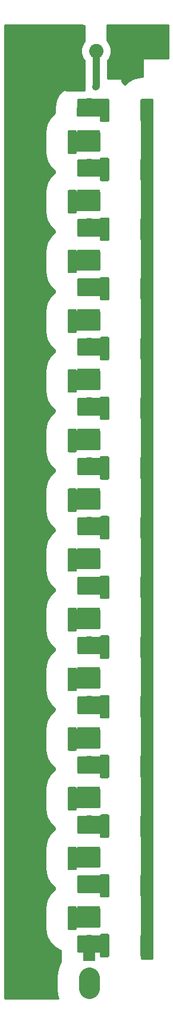
<source format=gbr>
G04 #@! TF.GenerationSoftware,KiCad,Pcbnew,5.1.5+dfsg1-2~bpo9+1*
G04 #@! TF.CreationDate,2021-01-16T13:04:35-05:00*
G04 #@! TF.ProjectId,Li_marx_pulser,4c695f6d-6172-4785-9f70-756c7365722e,rev?*
G04 #@! TF.SameCoordinates,PX1c6b640PY3780fc0*
G04 #@! TF.FileFunction,Copper,L1,Top*
G04 #@! TF.FilePolarity,Positive*
%FSLAX46Y46*%
G04 Gerber Fmt 4.6, Leading zero omitted, Abs format (unit mm)*
G04 Created by KiCad (PCBNEW 5.1.5+dfsg1-2~bpo9+1) date 2021-01-16 13:04:35*
%MOMM*%
%LPD*%
G04 APERTURE LIST*
%ADD10R,0.797560X0.899160*%
%ADD11R,1.798320X1.597660*%
%ADD12C,2.050000*%
%ADD13R,1.500000X1.500000*%
%ADD14C,0.150000*%
%ADD15R,3.300000X1.270000*%
%ADD16C,1.000000*%
%ADD17C,3.000000*%
%ADD18C,0.254000*%
G04 APERTURE END LIST*
D10*
X12145227Y-130143323D03*
X11195267Y-128045283D03*
X13095187Y-128045283D03*
X12145227Y-121643323D03*
X11195267Y-119545283D03*
X13095187Y-119545283D03*
X12145228Y-113143323D03*
X11195268Y-111045283D03*
X13095188Y-111045283D03*
X12145227Y-104643323D03*
X11195267Y-102545283D03*
X13095187Y-102545283D03*
X12145227Y-96143323D03*
X11195267Y-94045283D03*
X13095187Y-94045283D03*
X12145228Y-87643323D03*
X11195268Y-85545283D03*
X13095188Y-85545283D03*
X12145227Y-79143323D03*
X11195267Y-77045283D03*
X13095187Y-77045283D03*
X12145228Y-70643323D03*
X11195268Y-68545283D03*
X13095188Y-68545283D03*
X12145228Y-62143323D03*
X11195268Y-60045283D03*
X13095188Y-60045283D03*
X12145227Y-53643323D03*
X11195267Y-51545283D03*
X13095187Y-51545283D03*
X12145228Y-45143323D03*
X11195268Y-43045283D03*
X13095188Y-43045283D03*
X12145228Y-36643323D03*
X11195268Y-34545283D03*
X13095188Y-34545283D03*
X12145227Y-28143323D03*
X11195267Y-26045283D03*
X13095187Y-26045283D03*
X12145228Y-19643323D03*
X11195268Y-17545283D03*
X13095188Y-17545283D03*
X12145227Y-11043323D03*
X11195267Y-8945283D03*
X13095187Y-8945283D03*
D11*
X12145228Y-132643963D03*
X12145228Y-135443043D03*
D12*
X13145227Y-3868503D03*
D13*
X10495227Y-6393503D03*
X15595227Y-6393503D03*
X15595227Y-1293503D03*
X10495227Y-1293503D03*
G04 #@! TA.AperFunction,SMDPad,CuDef*
D14*
G36*
X4394733Y-125669707D02*
G01*
X4419001Y-125673307D01*
X4442800Y-125679268D01*
X4465899Y-125687533D01*
X4488078Y-125698023D01*
X4509121Y-125710635D01*
X4528827Y-125725250D01*
X4547005Y-125741726D01*
X4563481Y-125759904D01*
X4578096Y-125779610D01*
X4590708Y-125800653D01*
X4601198Y-125822832D01*
X4609463Y-125845931D01*
X4615424Y-125869730D01*
X4619024Y-125893998D01*
X4620228Y-125918502D01*
X4620228Y-128768504D01*
X4619024Y-128793008D01*
X4615424Y-128817276D01*
X4609463Y-128841075D01*
X4601198Y-128864174D01*
X4590708Y-128886353D01*
X4578096Y-128907396D01*
X4563481Y-128927102D01*
X4547005Y-128945280D01*
X4528827Y-128961756D01*
X4509121Y-128976371D01*
X4488078Y-128988983D01*
X4465899Y-128999473D01*
X4442800Y-129007738D01*
X4419001Y-129013699D01*
X4394733Y-129017299D01*
X4370229Y-129018503D01*
X3520227Y-129018503D01*
X3495723Y-129017299D01*
X3471455Y-129013699D01*
X3447656Y-129007738D01*
X3424557Y-128999473D01*
X3402378Y-128988983D01*
X3381335Y-128976371D01*
X3361629Y-128961756D01*
X3343451Y-128945280D01*
X3326975Y-128927102D01*
X3312360Y-128907396D01*
X3299748Y-128886353D01*
X3289258Y-128864174D01*
X3280993Y-128841075D01*
X3275032Y-128817276D01*
X3271432Y-128793008D01*
X3270228Y-128768504D01*
X3270228Y-125918502D01*
X3271432Y-125893998D01*
X3275032Y-125869730D01*
X3280993Y-125845931D01*
X3289258Y-125822832D01*
X3299748Y-125800653D01*
X3312360Y-125779610D01*
X3326975Y-125759904D01*
X3343451Y-125741726D01*
X3361629Y-125725250D01*
X3381335Y-125710635D01*
X3402378Y-125698023D01*
X3424557Y-125687533D01*
X3447656Y-125679268D01*
X3471455Y-125673307D01*
X3495723Y-125669707D01*
X3520227Y-125668503D01*
X4370229Y-125668503D01*
X4394733Y-125669707D01*
G37*
G04 #@! TD.AperFunction*
G04 #@! TA.AperFunction,SMDPad,CuDef*
G36*
X10194733Y-125669707D02*
G01*
X10219001Y-125673307D01*
X10242800Y-125679268D01*
X10265899Y-125687533D01*
X10288078Y-125698023D01*
X10309121Y-125710635D01*
X10328827Y-125725250D01*
X10347005Y-125741726D01*
X10363481Y-125759904D01*
X10378096Y-125779610D01*
X10390708Y-125800653D01*
X10401198Y-125822832D01*
X10409463Y-125845931D01*
X10415424Y-125869730D01*
X10419024Y-125893998D01*
X10420228Y-125918502D01*
X10420228Y-128768504D01*
X10419024Y-128793008D01*
X10415424Y-128817276D01*
X10409463Y-128841075D01*
X10401198Y-128864174D01*
X10390708Y-128886353D01*
X10378096Y-128907396D01*
X10363481Y-128927102D01*
X10347005Y-128945280D01*
X10328827Y-128961756D01*
X10309121Y-128976371D01*
X10288078Y-128988983D01*
X10265899Y-128999473D01*
X10242800Y-129007738D01*
X10219001Y-129013699D01*
X10194733Y-129017299D01*
X10170229Y-129018503D01*
X9320227Y-129018503D01*
X9295723Y-129017299D01*
X9271455Y-129013699D01*
X9247656Y-129007738D01*
X9224557Y-128999473D01*
X9202378Y-128988983D01*
X9181335Y-128976371D01*
X9161629Y-128961756D01*
X9143451Y-128945280D01*
X9126975Y-128927102D01*
X9112360Y-128907396D01*
X9099748Y-128886353D01*
X9089258Y-128864174D01*
X9080993Y-128841075D01*
X9075032Y-128817276D01*
X9071432Y-128793008D01*
X9070228Y-128768504D01*
X9070228Y-125918502D01*
X9071432Y-125893998D01*
X9075032Y-125869730D01*
X9080993Y-125845931D01*
X9089258Y-125822832D01*
X9099748Y-125800653D01*
X9112360Y-125779610D01*
X9126975Y-125759904D01*
X9143451Y-125741726D01*
X9161629Y-125725250D01*
X9181335Y-125710635D01*
X9202378Y-125698023D01*
X9224557Y-125687533D01*
X9247656Y-125679268D01*
X9271455Y-125673307D01*
X9295723Y-125669707D01*
X9320227Y-125668503D01*
X10170229Y-125668503D01*
X10194733Y-125669707D01*
G37*
G04 #@! TD.AperFunction*
G04 #@! TA.AperFunction,SMDPad,CuDef*
G36*
X14794732Y-129569707D02*
G01*
X14819000Y-129573307D01*
X14842799Y-129579268D01*
X14865898Y-129587533D01*
X14888077Y-129598023D01*
X14909120Y-129610635D01*
X14928826Y-129625250D01*
X14947004Y-129641726D01*
X14963480Y-129659904D01*
X14978095Y-129679610D01*
X14990707Y-129700653D01*
X15001197Y-129722832D01*
X15009462Y-129745931D01*
X15015423Y-129769730D01*
X15019023Y-129793998D01*
X15020227Y-129818502D01*
X15020227Y-132668504D01*
X15019023Y-132693008D01*
X15015423Y-132717276D01*
X15009462Y-132741075D01*
X15001197Y-132764174D01*
X14990707Y-132786353D01*
X14978095Y-132807396D01*
X14963480Y-132827102D01*
X14947004Y-132845280D01*
X14928826Y-132861756D01*
X14909120Y-132876371D01*
X14888077Y-132888983D01*
X14865898Y-132899473D01*
X14842799Y-132907738D01*
X14819000Y-132913699D01*
X14794732Y-132917299D01*
X14770228Y-132918503D01*
X13920226Y-132918503D01*
X13895722Y-132917299D01*
X13871454Y-132913699D01*
X13847655Y-132907738D01*
X13824556Y-132899473D01*
X13802377Y-132888983D01*
X13781334Y-132876371D01*
X13761628Y-132861756D01*
X13743450Y-132845280D01*
X13726974Y-132827102D01*
X13712359Y-132807396D01*
X13699747Y-132786353D01*
X13689257Y-132764174D01*
X13680992Y-132741075D01*
X13675031Y-132717276D01*
X13671431Y-132693008D01*
X13670227Y-132668504D01*
X13670227Y-129818502D01*
X13671431Y-129793998D01*
X13675031Y-129769730D01*
X13680992Y-129745931D01*
X13689257Y-129722832D01*
X13699747Y-129700653D01*
X13712359Y-129679610D01*
X13726974Y-129659904D01*
X13743450Y-129641726D01*
X13761628Y-129625250D01*
X13781334Y-129610635D01*
X13802377Y-129598023D01*
X13824556Y-129587533D01*
X13847655Y-129579268D01*
X13871454Y-129573307D01*
X13895722Y-129569707D01*
X13920226Y-129568503D01*
X14770228Y-129568503D01*
X14794732Y-129569707D01*
G37*
G04 #@! TD.AperFunction*
G04 #@! TA.AperFunction,SMDPad,CuDef*
G36*
X20594732Y-129569707D02*
G01*
X20619000Y-129573307D01*
X20642799Y-129579268D01*
X20665898Y-129587533D01*
X20688077Y-129598023D01*
X20709120Y-129610635D01*
X20728826Y-129625250D01*
X20747004Y-129641726D01*
X20763480Y-129659904D01*
X20778095Y-129679610D01*
X20790707Y-129700653D01*
X20801197Y-129722832D01*
X20809462Y-129745931D01*
X20815423Y-129769730D01*
X20819023Y-129793998D01*
X20820227Y-129818502D01*
X20820227Y-132668504D01*
X20819023Y-132693008D01*
X20815423Y-132717276D01*
X20809462Y-132741075D01*
X20801197Y-132764174D01*
X20790707Y-132786353D01*
X20778095Y-132807396D01*
X20763480Y-132827102D01*
X20747004Y-132845280D01*
X20728826Y-132861756D01*
X20709120Y-132876371D01*
X20688077Y-132888983D01*
X20665898Y-132899473D01*
X20642799Y-132907738D01*
X20619000Y-132913699D01*
X20594732Y-132917299D01*
X20570228Y-132918503D01*
X19720226Y-132918503D01*
X19695722Y-132917299D01*
X19671454Y-132913699D01*
X19647655Y-132907738D01*
X19624556Y-132899473D01*
X19602377Y-132888983D01*
X19581334Y-132876371D01*
X19561628Y-132861756D01*
X19543450Y-132845280D01*
X19526974Y-132827102D01*
X19512359Y-132807396D01*
X19499747Y-132786353D01*
X19489257Y-132764174D01*
X19480992Y-132741075D01*
X19475031Y-132717276D01*
X19471431Y-132693008D01*
X19470227Y-132668504D01*
X19470227Y-129818502D01*
X19471431Y-129793998D01*
X19475031Y-129769730D01*
X19480992Y-129745931D01*
X19489257Y-129722832D01*
X19499747Y-129700653D01*
X19512359Y-129679610D01*
X19526974Y-129659904D01*
X19543450Y-129641726D01*
X19561628Y-129625250D01*
X19581334Y-129610635D01*
X19602377Y-129598023D01*
X19624556Y-129587533D01*
X19647655Y-129579268D01*
X19671454Y-129573307D01*
X19695722Y-129569707D01*
X19720226Y-129568503D01*
X20570228Y-129568503D01*
X20594732Y-129569707D01*
G37*
G04 #@! TD.AperFunction*
G04 #@! TA.AperFunction,SMDPad,CuDef*
G36*
X4394733Y-117169707D02*
G01*
X4419001Y-117173307D01*
X4442800Y-117179268D01*
X4465899Y-117187533D01*
X4488078Y-117198023D01*
X4509121Y-117210635D01*
X4528827Y-117225250D01*
X4547005Y-117241726D01*
X4563481Y-117259904D01*
X4578096Y-117279610D01*
X4590708Y-117300653D01*
X4601198Y-117322832D01*
X4609463Y-117345931D01*
X4615424Y-117369730D01*
X4619024Y-117393998D01*
X4620228Y-117418502D01*
X4620228Y-120268504D01*
X4619024Y-120293008D01*
X4615424Y-120317276D01*
X4609463Y-120341075D01*
X4601198Y-120364174D01*
X4590708Y-120386353D01*
X4578096Y-120407396D01*
X4563481Y-120427102D01*
X4547005Y-120445280D01*
X4528827Y-120461756D01*
X4509121Y-120476371D01*
X4488078Y-120488983D01*
X4465899Y-120499473D01*
X4442800Y-120507738D01*
X4419001Y-120513699D01*
X4394733Y-120517299D01*
X4370229Y-120518503D01*
X3520227Y-120518503D01*
X3495723Y-120517299D01*
X3471455Y-120513699D01*
X3447656Y-120507738D01*
X3424557Y-120499473D01*
X3402378Y-120488983D01*
X3381335Y-120476371D01*
X3361629Y-120461756D01*
X3343451Y-120445280D01*
X3326975Y-120427102D01*
X3312360Y-120407396D01*
X3299748Y-120386353D01*
X3289258Y-120364174D01*
X3280993Y-120341075D01*
X3275032Y-120317276D01*
X3271432Y-120293008D01*
X3270228Y-120268504D01*
X3270228Y-117418502D01*
X3271432Y-117393998D01*
X3275032Y-117369730D01*
X3280993Y-117345931D01*
X3289258Y-117322832D01*
X3299748Y-117300653D01*
X3312360Y-117279610D01*
X3326975Y-117259904D01*
X3343451Y-117241726D01*
X3361629Y-117225250D01*
X3381335Y-117210635D01*
X3402378Y-117198023D01*
X3424557Y-117187533D01*
X3447656Y-117179268D01*
X3471455Y-117173307D01*
X3495723Y-117169707D01*
X3520227Y-117168503D01*
X4370229Y-117168503D01*
X4394733Y-117169707D01*
G37*
G04 #@! TD.AperFunction*
G04 #@! TA.AperFunction,SMDPad,CuDef*
G36*
X10194733Y-117169707D02*
G01*
X10219001Y-117173307D01*
X10242800Y-117179268D01*
X10265899Y-117187533D01*
X10288078Y-117198023D01*
X10309121Y-117210635D01*
X10328827Y-117225250D01*
X10347005Y-117241726D01*
X10363481Y-117259904D01*
X10378096Y-117279610D01*
X10390708Y-117300653D01*
X10401198Y-117322832D01*
X10409463Y-117345931D01*
X10415424Y-117369730D01*
X10419024Y-117393998D01*
X10420228Y-117418502D01*
X10420228Y-120268504D01*
X10419024Y-120293008D01*
X10415424Y-120317276D01*
X10409463Y-120341075D01*
X10401198Y-120364174D01*
X10390708Y-120386353D01*
X10378096Y-120407396D01*
X10363481Y-120427102D01*
X10347005Y-120445280D01*
X10328827Y-120461756D01*
X10309121Y-120476371D01*
X10288078Y-120488983D01*
X10265899Y-120499473D01*
X10242800Y-120507738D01*
X10219001Y-120513699D01*
X10194733Y-120517299D01*
X10170229Y-120518503D01*
X9320227Y-120518503D01*
X9295723Y-120517299D01*
X9271455Y-120513699D01*
X9247656Y-120507738D01*
X9224557Y-120499473D01*
X9202378Y-120488983D01*
X9181335Y-120476371D01*
X9161629Y-120461756D01*
X9143451Y-120445280D01*
X9126975Y-120427102D01*
X9112360Y-120407396D01*
X9099748Y-120386353D01*
X9089258Y-120364174D01*
X9080993Y-120341075D01*
X9075032Y-120317276D01*
X9071432Y-120293008D01*
X9070228Y-120268504D01*
X9070228Y-117418502D01*
X9071432Y-117393998D01*
X9075032Y-117369730D01*
X9080993Y-117345931D01*
X9089258Y-117322832D01*
X9099748Y-117300653D01*
X9112360Y-117279610D01*
X9126975Y-117259904D01*
X9143451Y-117241726D01*
X9161629Y-117225250D01*
X9181335Y-117210635D01*
X9202378Y-117198023D01*
X9224557Y-117187533D01*
X9247656Y-117179268D01*
X9271455Y-117173307D01*
X9295723Y-117169707D01*
X9320227Y-117168503D01*
X10170229Y-117168503D01*
X10194733Y-117169707D01*
G37*
G04 #@! TD.AperFunction*
G04 #@! TA.AperFunction,SMDPad,CuDef*
G36*
X14794732Y-121069707D02*
G01*
X14819000Y-121073307D01*
X14842799Y-121079268D01*
X14865898Y-121087533D01*
X14888077Y-121098023D01*
X14909120Y-121110635D01*
X14928826Y-121125250D01*
X14947004Y-121141726D01*
X14963480Y-121159904D01*
X14978095Y-121179610D01*
X14990707Y-121200653D01*
X15001197Y-121222832D01*
X15009462Y-121245931D01*
X15015423Y-121269730D01*
X15019023Y-121293998D01*
X15020227Y-121318502D01*
X15020227Y-124168504D01*
X15019023Y-124193008D01*
X15015423Y-124217276D01*
X15009462Y-124241075D01*
X15001197Y-124264174D01*
X14990707Y-124286353D01*
X14978095Y-124307396D01*
X14963480Y-124327102D01*
X14947004Y-124345280D01*
X14928826Y-124361756D01*
X14909120Y-124376371D01*
X14888077Y-124388983D01*
X14865898Y-124399473D01*
X14842799Y-124407738D01*
X14819000Y-124413699D01*
X14794732Y-124417299D01*
X14770228Y-124418503D01*
X13920226Y-124418503D01*
X13895722Y-124417299D01*
X13871454Y-124413699D01*
X13847655Y-124407738D01*
X13824556Y-124399473D01*
X13802377Y-124388983D01*
X13781334Y-124376371D01*
X13761628Y-124361756D01*
X13743450Y-124345280D01*
X13726974Y-124327102D01*
X13712359Y-124307396D01*
X13699747Y-124286353D01*
X13689257Y-124264174D01*
X13680992Y-124241075D01*
X13675031Y-124217276D01*
X13671431Y-124193008D01*
X13670227Y-124168504D01*
X13670227Y-121318502D01*
X13671431Y-121293998D01*
X13675031Y-121269730D01*
X13680992Y-121245931D01*
X13689257Y-121222832D01*
X13699747Y-121200653D01*
X13712359Y-121179610D01*
X13726974Y-121159904D01*
X13743450Y-121141726D01*
X13761628Y-121125250D01*
X13781334Y-121110635D01*
X13802377Y-121098023D01*
X13824556Y-121087533D01*
X13847655Y-121079268D01*
X13871454Y-121073307D01*
X13895722Y-121069707D01*
X13920226Y-121068503D01*
X14770228Y-121068503D01*
X14794732Y-121069707D01*
G37*
G04 #@! TD.AperFunction*
G04 #@! TA.AperFunction,SMDPad,CuDef*
G36*
X20594732Y-121069707D02*
G01*
X20619000Y-121073307D01*
X20642799Y-121079268D01*
X20665898Y-121087533D01*
X20688077Y-121098023D01*
X20709120Y-121110635D01*
X20728826Y-121125250D01*
X20747004Y-121141726D01*
X20763480Y-121159904D01*
X20778095Y-121179610D01*
X20790707Y-121200653D01*
X20801197Y-121222832D01*
X20809462Y-121245931D01*
X20815423Y-121269730D01*
X20819023Y-121293998D01*
X20820227Y-121318502D01*
X20820227Y-124168504D01*
X20819023Y-124193008D01*
X20815423Y-124217276D01*
X20809462Y-124241075D01*
X20801197Y-124264174D01*
X20790707Y-124286353D01*
X20778095Y-124307396D01*
X20763480Y-124327102D01*
X20747004Y-124345280D01*
X20728826Y-124361756D01*
X20709120Y-124376371D01*
X20688077Y-124388983D01*
X20665898Y-124399473D01*
X20642799Y-124407738D01*
X20619000Y-124413699D01*
X20594732Y-124417299D01*
X20570228Y-124418503D01*
X19720226Y-124418503D01*
X19695722Y-124417299D01*
X19671454Y-124413699D01*
X19647655Y-124407738D01*
X19624556Y-124399473D01*
X19602377Y-124388983D01*
X19581334Y-124376371D01*
X19561628Y-124361756D01*
X19543450Y-124345280D01*
X19526974Y-124327102D01*
X19512359Y-124307396D01*
X19499747Y-124286353D01*
X19489257Y-124264174D01*
X19480992Y-124241075D01*
X19475031Y-124217276D01*
X19471431Y-124193008D01*
X19470227Y-124168504D01*
X19470227Y-121318502D01*
X19471431Y-121293998D01*
X19475031Y-121269730D01*
X19480992Y-121245931D01*
X19489257Y-121222832D01*
X19499747Y-121200653D01*
X19512359Y-121179610D01*
X19526974Y-121159904D01*
X19543450Y-121141726D01*
X19561628Y-121125250D01*
X19581334Y-121110635D01*
X19602377Y-121098023D01*
X19624556Y-121087533D01*
X19647655Y-121079268D01*
X19671454Y-121073307D01*
X19695722Y-121069707D01*
X19720226Y-121068503D01*
X20570228Y-121068503D01*
X20594732Y-121069707D01*
G37*
G04 #@! TD.AperFunction*
G04 #@! TA.AperFunction,SMDPad,CuDef*
G36*
X4394732Y-108669707D02*
G01*
X4419000Y-108673307D01*
X4442799Y-108679268D01*
X4465898Y-108687533D01*
X4488077Y-108698023D01*
X4509120Y-108710635D01*
X4528826Y-108725250D01*
X4547004Y-108741726D01*
X4563480Y-108759904D01*
X4578095Y-108779610D01*
X4590707Y-108800653D01*
X4601197Y-108822832D01*
X4609462Y-108845931D01*
X4615423Y-108869730D01*
X4619023Y-108893998D01*
X4620227Y-108918502D01*
X4620227Y-111768504D01*
X4619023Y-111793008D01*
X4615423Y-111817276D01*
X4609462Y-111841075D01*
X4601197Y-111864174D01*
X4590707Y-111886353D01*
X4578095Y-111907396D01*
X4563480Y-111927102D01*
X4547004Y-111945280D01*
X4528826Y-111961756D01*
X4509120Y-111976371D01*
X4488077Y-111988983D01*
X4465898Y-111999473D01*
X4442799Y-112007738D01*
X4419000Y-112013699D01*
X4394732Y-112017299D01*
X4370228Y-112018503D01*
X3520226Y-112018503D01*
X3495722Y-112017299D01*
X3471454Y-112013699D01*
X3447655Y-112007738D01*
X3424556Y-111999473D01*
X3402377Y-111988983D01*
X3381334Y-111976371D01*
X3361628Y-111961756D01*
X3343450Y-111945280D01*
X3326974Y-111927102D01*
X3312359Y-111907396D01*
X3299747Y-111886353D01*
X3289257Y-111864174D01*
X3280992Y-111841075D01*
X3275031Y-111817276D01*
X3271431Y-111793008D01*
X3270227Y-111768504D01*
X3270227Y-108918502D01*
X3271431Y-108893998D01*
X3275031Y-108869730D01*
X3280992Y-108845931D01*
X3289257Y-108822832D01*
X3299747Y-108800653D01*
X3312359Y-108779610D01*
X3326974Y-108759904D01*
X3343450Y-108741726D01*
X3361628Y-108725250D01*
X3381334Y-108710635D01*
X3402377Y-108698023D01*
X3424556Y-108687533D01*
X3447655Y-108679268D01*
X3471454Y-108673307D01*
X3495722Y-108669707D01*
X3520226Y-108668503D01*
X4370228Y-108668503D01*
X4394732Y-108669707D01*
G37*
G04 #@! TD.AperFunction*
G04 #@! TA.AperFunction,SMDPad,CuDef*
G36*
X10194732Y-108669707D02*
G01*
X10219000Y-108673307D01*
X10242799Y-108679268D01*
X10265898Y-108687533D01*
X10288077Y-108698023D01*
X10309120Y-108710635D01*
X10328826Y-108725250D01*
X10347004Y-108741726D01*
X10363480Y-108759904D01*
X10378095Y-108779610D01*
X10390707Y-108800653D01*
X10401197Y-108822832D01*
X10409462Y-108845931D01*
X10415423Y-108869730D01*
X10419023Y-108893998D01*
X10420227Y-108918502D01*
X10420227Y-111768504D01*
X10419023Y-111793008D01*
X10415423Y-111817276D01*
X10409462Y-111841075D01*
X10401197Y-111864174D01*
X10390707Y-111886353D01*
X10378095Y-111907396D01*
X10363480Y-111927102D01*
X10347004Y-111945280D01*
X10328826Y-111961756D01*
X10309120Y-111976371D01*
X10288077Y-111988983D01*
X10265898Y-111999473D01*
X10242799Y-112007738D01*
X10219000Y-112013699D01*
X10194732Y-112017299D01*
X10170228Y-112018503D01*
X9320226Y-112018503D01*
X9295722Y-112017299D01*
X9271454Y-112013699D01*
X9247655Y-112007738D01*
X9224556Y-111999473D01*
X9202377Y-111988983D01*
X9181334Y-111976371D01*
X9161628Y-111961756D01*
X9143450Y-111945280D01*
X9126974Y-111927102D01*
X9112359Y-111907396D01*
X9099747Y-111886353D01*
X9089257Y-111864174D01*
X9080992Y-111841075D01*
X9075031Y-111817276D01*
X9071431Y-111793008D01*
X9070227Y-111768504D01*
X9070227Y-108918502D01*
X9071431Y-108893998D01*
X9075031Y-108869730D01*
X9080992Y-108845931D01*
X9089257Y-108822832D01*
X9099747Y-108800653D01*
X9112359Y-108779610D01*
X9126974Y-108759904D01*
X9143450Y-108741726D01*
X9161628Y-108725250D01*
X9181334Y-108710635D01*
X9202377Y-108698023D01*
X9224556Y-108687533D01*
X9247655Y-108679268D01*
X9271454Y-108673307D01*
X9295722Y-108669707D01*
X9320226Y-108668503D01*
X10170228Y-108668503D01*
X10194732Y-108669707D01*
G37*
G04 #@! TD.AperFunction*
G04 #@! TA.AperFunction,SMDPad,CuDef*
G36*
X14794732Y-112569707D02*
G01*
X14819000Y-112573307D01*
X14842799Y-112579268D01*
X14865898Y-112587533D01*
X14888077Y-112598023D01*
X14909120Y-112610635D01*
X14928826Y-112625250D01*
X14947004Y-112641726D01*
X14963480Y-112659904D01*
X14978095Y-112679610D01*
X14990707Y-112700653D01*
X15001197Y-112722832D01*
X15009462Y-112745931D01*
X15015423Y-112769730D01*
X15019023Y-112793998D01*
X15020227Y-112818502D01*
X15020227Y-115668504D01*
X15019023Y-115693008D01*
X15015423Y-115717276D01*
X15009462Y-115741075D01*
X15001197Y-115764174D01*
X14990707Y-115786353D01*
X14978095Y-115807396D01*
X14963480Y-115827102D01*
X14947004Y-115845280D01*
X14928826Y-115861756D01*
X14909120Y-115876371D01*
X14888077Y-115888983D01*
X14865898Y-115899473D01*
X14842799Y-115907738D01*
X14819000Y-115913699D01*
X14794732Y-115917299D01*
X14770228Y-115918503D01*
X13920226Y-115918503D01*
X13895722Y-115917299D01*
X13871454Y-115913699D01*
X13847655Y-115907738D01*
X13824556Y-115899473D01*
X13802377Y-115888983D01*
X13781334Y-115876371D01*
X13761628Y-115861756D01*
X13743450Y-115845280D01*
X13726974Y-115827102D01*
X13712359Y-115807396D01*
X13699747Y-115786353D01*
X13689257Y-115764174D01*
X13680992Y-115741075D01*
X13675031Y-115717276D01*
X13671431Y-115693008D01*
X13670227Y-115668504D01*
X13670227Y-112818502D01*
X13671431Y-112793998D01*
X13675031Y-112769730D01*
X13680992Y-112745931D01*
X13689257Y-112722832D01*
X13699747Y-112700653D01*
X13712359Y-112679610D01*
X13726974Y-112659904D01*
X13743450Y-112641726D01*
X13761628Y-112625250D01*
X13781334Y-112610635D01*
X13802377Y-112598023D01*
X13824556Y-112587533D01*
X13847655Y-112579268D01*
X13871454Y-112573307D01*
X13895722Y-112569707D01*
X13920226Y-112568503D01*
X14770228Y-112568503D01*
X14794732Y-112569707D01*
G37*
G04 #@! TD.AperFunction*
G04 #@! TA.AperFunction,SMDPad,CuDef*
G36*
X20594732Y-112569707D02*
G01*
X20619000Y-112573307D01*
X20642799Y-112579268D01*
X20665898Y-112587533D01*
X20688077Y-112598023D01*
X20709120Y-112610635D01*
X20728826Y-112625250D01*
X20747004Y-112641726D01*
X20763480Y-112659904D01*
X20778095Y-112679610D01*
X20790707Y-112700653D01*
X20801197Y-112722832D01*
X20809462Y-112745931D01*
X20815423Y-112769730D01*
X20819023Y-112793998D01*
X20820227Y-112818502D01*
X20820227Y-115668504D01*
X20819023Y-115693008D01*
X20815423Y-115717276D01*
X20809462Y-115741075D01*
X20801197Y-115764174D01*
X20790707Y-115786353D01*
X20778095Y-115807396D01*
X20763480Y-115827102D01*
X20747004Y-115845280D01*
X20728826Y-115861756D01*
X20709120Y-115876371D01*
X20688077Y-115888983D01*
X20665898Y-115899473D01*
X20642799Y-115907738D01*
X20619000Y-115913699D01*
X20594732Y-115917299D01*
X20570228Y-115918503D01*
X19720226Y-115918503D01*
X19695722Y-115917299D01*
X19671454Y-115913699D01*
X19647655Y-115907738D01*
X19624556Y-115899473D01*
X19602377Y-115888983D01*
X19581334Y-115876371D01*
X19561628Y-115861756D01*
X19543450Y-115845280D01*
X19526974Y-115827102D01*
X19512359Y-115807396D01*
X19499747Y-115786353D01*
X19489257Y-115764174D01*
X19480992Y-115741075D01*
X19475031Y-115717276D01*
X19471431Y-115693008D01*
X19470227Y-115668504D01*
X19470227Y-112818502D01*
X19471431Y-112793998D01*
X19475031Y-112769730D01*
X19480992Y-112745931D01*
X19489257Y-112722832D01*
X19499747Y-112700653D01*
X19512359Y-112679610D01*
X19526974Y-112659904D01*
X19543450Y-112641726D01*
X19561628Y-112625250D01*
X19581334Y-112610635D01*
X19602377Y-112598023D01*
X19624556Y-112587533D01*
X19647655Y-112579268D01*
X19671454Y-112573307D01*
X19695722Y-112569707D01*
X19720226Y-112568503D01*
X20570228Y-112568503D01*
X20594732Y-112569707D01*
G37*
G04 #@! TD.AperFunction*
G04 #@! TA.AperFunction,SMDPad,CuDef*
G36*
X4394733Y-100169707D02*
G01*
X4419001Y-100173307D01*
X4442800Y-100179268D01*
X4465899Y-100187533D01*
X4488078Y-100198023D01*
X4509121Y-100210635D01*
X4528827Y-100225250D01*
X4547005Y-100241726D01*
X4563481Y-100259904D01*
X4578096Y-100279610D01*
X4590708Y-100300653D01*
X4601198Y-100322832D01*
X4609463Y-100345931D01*
X4615424Y-100369730D01*
X4619024Y-100393998D01*
X4620228Y-100418502D01*
X4620228Y-103268504D01*
X4619024Y-103293008D01*
X4615424Y-103317276D01*
X4609463Y-103341075D01*
X4601198Y-103364174D01*
X4590708Y-103386353D01*
X4578096Y-103407396D01*
X4563481Y-103427102D01*
X4547005Y-103445280D01*
X4528827Y-103461756D01*
X4509121Y-103476371D01*
X4488078Y-103488983D01*
X4465899Y-103499473D01*
X4442800Y-103507738D01*
X4419001Y-103513699D01*
X4394733Y-103517299D01*
X4370229Y-103518503D01*
X3520227Y-103518503D01*
X3495723Y-103517299D01*
X3471455Y-103513699D01*
X3447656Y-103507738D01*
X3424557Y-103499473D01*
X3402378Y-103488983D01*
X3381335Y-103476371D01*
X3361629Y-103461756D01*
X3343451Y-103445280D01*
X3326975Y-103427102D01*
X3312360Y-103407396D01*
X3299748Y-103386353D01*
X3289258Y-103364174D01*
X3280993Y-103341075D01*
X3275032Y-103317276D01*
X3271432Y-103293008D01*
X3270228Y-103268504D01*
X3270228Y-100418502D01*
X3271432Y-100393998D01*
X3275032Y-100369730D01*
X3280993Y-100345931D01*
X3289258Y-100322832D01*
X3299748Y-100300653D01*
X3312360Y-100279610D01*
X3326975Y-100259904D01*
X3343451Y-100241726D01*
X3361629Y-100225250D01*
X3381335Y-100210635D01*
X3402378Y-100198023D01*
X3424557Y-100187533D01*
X3447656Y-100179268D01*
X3471455Y-100173307D01*
X3495723Y-100169707D01*
X3520227Y-100168503D01*
X4370229Y-100168503D01*
X4394733Y-100169707D01*
G37*
G04 #@! TD.AperFunction*
G04 #@! TA.AperFunction,SMDPad,CuDef*
G36*
X10194733Y-100169707D02*
G01*
X10219001Y-100173307D01*
X10242800Y-100179268D01*
X10265899Y-100187533D01*
X10288078Y-100198023D01*
X10309121Y-100210635D01*
X10328827Y-100225250D01*
X10347005Y-100241726D01*
X10363481Y-100259904D01*
X10378096Y-100279610D01*
X10390708Y-100300653D01*
X10401198Y-100322832D01*
X10409463Y-100345931D01*
X10415424Y-100369730D01*
X10419024Y-100393998D01*
X10420228Y-100418502D01*
X10420228Y-103268504D01*
X10419024Y-103293008D01*
X10415424Y-103317276D01*
X10409463Y-103341075D01*
X10401198Y-103364174D01*
X10390708Y-103386353D01*
X10378096Y-103407396D01*
X10363481Y-103427102D01*
X10347005Y-103445280D01*
X10328827Y-103461756D01*
X10309121Y-103476371D01*
X10288078Y-103488983D01*
X10265899Y-103499473D01*
X10242800Y-103507738D01*
X10219001Y-103513699D01*
X10194733Y-103517299D01*
X10170229Y-103518503D01*
X9320227Y-103518503D01*
X9295723Y-103517299D01*
X9271455Y-103513699D01*
X9247656Y-103507738D01*
X9224557Y-103499473D01*
X9202378Y-103488983D01*
X9181335Y-103476371D01*
X9161629Y-103461756D01*
X9143451Y-103445280D01*
X9126975Y-103427102D01*
X9112360Y-103407396D01*
X9099748Y-103386353D01*
X9089258Y-103364174D01*
X9080993Y-103341075D01*
X9075032Y-103317276D01*
X9071432Y-103293008D01*
X9070228Y-103268504D01*
X9070228Y-100418502D01*
X9071432Y-100393998D01*
X9075032Y-100369730D01*
X9080993Y-100345931D01*
X9089258Y-100322832D01*
X9099748Y-100300653D01*
X9112360Y-100279610D01*
X9126975Y-100259904D01*
X9143451Y-100241726D01*
X9161629Y-100225250D01*
X9181335Y-100210635D01*
X9202378Y-100198023D01*
X9224557Y-100187533D01*
X9247656Y-100179268D01*
X9271455Y-100173307D01*
X9295723Y-100169707D01*
X9320227Y-100168503D01*
X10170229Y-100168503D01*
X10194733Y-100169707D01*
G37*
G04 #@! TD.AperFunction*
G04 #@! TA.AperFunction,SMDPad,CuDef*
G36*
X14794732Y-104069707D02*
G01*
X14819000Y-104073307D01*
X14842799Y-104079268D01*
X14865898Y-104087533D01*
X14888077Y-104098023D01*
X14909120Y-104110635D01*
X14928826Y-104125250D01*
X14947004Y-104141726D01*
X14963480Y-104159904D01*
X14978095Y-104179610D01*
X14990707Y-104200653D01*
X15001197Y-104222832D01*
X15009462Y-104245931D01*
X15015423Y-104269730D01*
X15019023Y-104293998D01*
X15020227Y-104318502D01*
X15020227Y-107168504D01*
X15019023Y-107193008D01*
X15015423Y-107217276D01*
X15009462Y-107241075D01*
X15001197Y-107264174D01*
X14990707Y-107286353D01*
X14978095Y-107307396D01*
X14963480Y-107327102D01*
X14947004Y-107345280D01*
X14928826Y-107361756D01*
X14909120Y-107376371D01*
X14888077Y-107388983D01*
X14865898Y-107399473D01*
X14842799Y-107407738D01*
X14819000Y-107413699D01*
X14794732Y-107417299D01*
X14770228Y-107418503D01*
X13920226Y-107418503D01*
X13895722Y-107417299D01*
X13871454Y-107413699D01*
X13847655Y-107407738D01*
X13824556Y-107399473D01*
X13802377Y-107388983D01*
X13781334Y-107376371D01*
X13761628Y-107361756D01*
X13743450Y-107345280D01*
X13726974Y-107327102D01*
X13712359Y-107307396D01*
X13699747Y-107286353D01*
X13689257Y-107264174D01*
X13680992Y-107241075D01*
X13675031Y-107217276D01*
X13671431Y-107193008D01*
X13670227Y-107168504D01*
X13670227Y-104318502D01*
X13671431Y-104293998D01*
X13675031Y-104269730D01*
X13680992Y-104245931D01*
X13689257Y-104222832D01*
X13699747Y-104200653D01*
X13712359Y-104179610D01*
X13726974Y-104159904D01*
X13743450Y-104141726D01*
X13761628Y-104125250D01*
X13781334Y-104110635D01*
X13802377Y-104098023D01*
X13824556Y-104087533D01*
X13847655Y-104079268D01*
X13871454Y-104073307D01*
X13895722Y-104069707D01*
X13920226Y-104068503D01*
X14770228Y-104068503D01*
X14794732Y-104069707D01*
G37*
G04 #@! TD.AperFunction*
G04 #@! TA.AperFunction,SMDPad,CuDef*
G36*
X20594732Y-104069707D02*
G01*
X20619000Y-104073307D01*
X20642799Y-104079268D01*
X20665898Y-104087533D01*
X20688077Y-104098023D01*
X20709120Y-104110635D01*
X20728826Y-104125250D01*
X20747004Y-104141726D01*
X20763480Y-104159904D01*
X20778095Y-104179610D01*
X20790707Y-104200653D01*
X20801197Y-104222832D01*
X20809462Y-104245931D01*
X20815423Y-104269730D01*
X20819023Y-104293998D01*
X20820227Y-104318502D01*
X20820227Y-107168504D01*
X20819023Y-107193008D01*
X20815423Y-107217276D01*
X20809462Y-107241075D01*
X20801197Y-107264174D01*
X20790707Y-107286353D01*
X20778095Y-107307396D01*
X20763480Y-107327102D01*
X20747004Y-107345280D01*
X20728826Y-107361756D01*
X20709120Y-107376371D01*
X20688077Y-107388983D01*
X20665898Y-107399473D01*
X20642799Y-107407738D01*
X20619000Y-107413699D01*
X20594732Y-107417299D01*
X20570228Y-107418503D01*
X19720226Y-107418503D01*
X19695722Y-107417299D01*
X19671454Y-107413699D01*
X19647655Y-107407738D01*
X19624556Y-107399473D01*
X19602377Y-107388983D01*
X19581334Y-107376371D01*
X19561628Y-107361756D01*
X19543450Y-107345280D01*
X19526974Y-107327102D01*
X19512359Y-107307396D01*
X19499747Y-107286353D01*
X19489257Y-107264174D01*
X19480992Y-107241075D01*
X19475031Y-107217276D01*
X19471431Y-107193008D01*
X19470227Y-107168504D01*
X19470227Y-104318502D01*
X19471431Y-104293998D01*
X19475031Y-104269730D01*
X19480992Y-104245931D01*
X19489257Y-104222832D01*
X19499747Y-104200653D01*
X19512359Y-104179610D01*
X19526974Y-104159904D01*
X19543450Y-104141726D01*
X19561628Y-104125250D01*
X19581334Y-104110635D01*
X19602377Y-104098023D01*
X19624556Y-104087533D01*
X19647655Y-104079268D01*
X19671454Y-104073307D01*
X19695722Y-104069707D01*
X19720226Y-104068503D01*
X20570228Y-104068503D01*
X20594732Y-104069707D01*
G37*
G04 #@! TD.AperFunction*
G04 #@! TA.AperFunction,SMDPad,CuDef*
G36*
X4394733Y-91669707D02*
G01*
X4419001Y-91673307D01*
X4442800Y-91679268D01*
X4465899Y-91687533D01*
X4488078Y-91698023D01*
X4509121Y-91710635D01*
X4528827Y-91725250D01*
X4547005Y-91741726D01*
X4563481Y-91759904D01*
X4578096Y-91779610D01*
X4590708Y-91800653D01*
X4601198Y-91822832D01*
X4609463Y-91845931D01*
X4615424Y-91869730D01*
X4619024Y-91893998D01*
X4620228Y-91918502D01*
X4620228Y-94768504D01*
X4619024Y-94793008D01*
X4615424Y-94817276D01*
X4609463Y-94841075D01*
X4601198Y-94864174D01*
X4590708Y-94886353D01*
X4578096Y-94907396D01*
X4563481Y-94927102D01*
X4547005Y-94945280D01*
X4528827Y-94961756D01*
X4509121Y-94976371D01*
X4488078Y-94988983D01*
X4465899Y-94999473D01*
X4442800Y-95007738D01*
X4419001Y-95013699D01*
X4394733Y-95017299D01*
X4370229Y-95018503D01*
X3520227Y-95018503D01*
X3495723Y-95017299D01*
X3471455Y-95013699D01*
X3447656Y-95007738D01*
X3424557Y-94999473D01*
X3402378Y-94988983D01*
X3381335Y-94976371D01*
X3361629Y-94961756D01*
X3343451Y-94945280D01*
X3326975Y-94927102D01*
X3312360Y-94907396D01*
X3299748Y-94886353D01*
X3289258Y-94864174D01*
X3280993Y-94841075D01*
X3275032Y-94817276D01*
X3271432Y-94793008D01*
X3270228Y-94768504D01*
X3270228Y-91918502D01*
X3271432Y-91893998D01*
X3275032Y-91869730D01*
X3280993Y-91845931D01*
X3289258Y-91822832D01*
X3299748Y-91800653D01*
X3312360Y-91779610D01*
X3326975Y-91759904D01*
X3343451Y-91741726D01*
X3361629Y-91725250D01*
X3381335Y-91710635D01*
X3402378Y-91698023D01*
X3424557Y-91687533D01*
X3447656Y-91679268D01*
X3471455Y-91673307D01*
X3495723Y-91669707D01*
X3520227Y-91668503D01*
X4370229Y-91668503D01*
X4394733Y-91669707D01*
G37*
G04 #@! TD.AperFunction*
G04 #@! TA.AperFunction,SMDPad,CuDef*
G36*
X10194733Y-91669707D02*
G01*
X10219001Y-91673307D01*
X10242800Y-91679268D01*
X10265899Y-91687533D01*
X10288078Y-91698023D01*
X10309121Y-91710635D01*
X10328827Y-91725250D01*
X10347005Y-91741726D01*
X10363481Y-91759904D01*
X10378096Y-91779610D01*
X10390708Y-91800653D01*
X10401198Y-91822832D01*
X10409463Y-91845931D01*
X10415424Y-91869730D01*
X10419024Y-91893998D01*
X10420228Y-91918502D01*
X10420228Y-94768504D01*
X10419024Y-94793008D01*
X10415424Y-94817276D01*
X10409463Y-94841075D01*
X10401198Y-94864174D01*
X10390708Y-94886353D01*
X10378096Y-94907396D01*
X10363481Y-94927102D01*
X10347005Y-94945280D01*
X10328827Y-94961756D01*
X10309121Y-94976371D01*
X10288078Y-94988983D01*
X10265899Y-94999473D01*
X10242800Y-95007738D01*
X10219001Y-95013699D01*
X10194733Y-95017299D01*
X10170229Y-95018503D01*
X9320227Y-95018503D01*
X9295723Y-95017299D01*
X9271455Y-95013699D01*
X9247656Y-95007738D01*
X9224557Y-94999473D01*
X9202378Y-94988983D01*
X9181335Y-94976371D01*
X9161629Y-94961756D01*
X9143451Y-94945280D01*
X9126975Y-94927102D01*
X9112360Y-94907396D01*
X9099748Y-94886353D01*
X9089258Y-94864174D01*
X9080993Y-94841075D01*
X9075032Y-94817276D01*
X9071432Y-94793008D01*
X9070228Y-94768504D01*
X9070228Y-91918502D01*
X9071432Y-91893998D01*
X9075032Y-91869730D01*
X9080993Y-91845931D01*
X9089258Y-91822832D01*
X9099748Y-91800653D01*
X9112360Y-91779610D01*
X9126975Y-91759904D01*
X9143451Y-91741726D01*
X9161629Y-91725250D01*
X9181335Y-91710635D01*
X9202378Y-91698023D01*
X9224557Y-91687533D01*
X9247656Y-91679268D01*
X9271455Y-91673307D01*
X9295723Y-91669707D01*
X9320227Y-91668503D01*
X10170229Y-91668503D01*
X10194733Y-91669707D01*
G37*
G04 #@! TD.AperFunction*
G04 #@! TA.AperFunction,SMDPad,CuDef*
G36*
X14794732Y-95569707D02*
G01*
X14819000Y-95573307D01*
X14842799Y-95579268D01*
X14865898Y-95587533D01*
X14888077Y-95598023D01*
X14909120Y-95610635D01*
X14928826Y-95625250D01*
X14947004Y-95641726D01*
X14963480Y-95659904D01*
X14978095Y-95679610D01*
X14990707Y-95700653D01*
X15001197Y-95722832D01*
X15009462Y-95745931D01*
X15015423Y-95769730D01*
X15019023Y-95793998D01*
X15020227Y-95818502D01*
X15020227Y-98668504D01*
X15019023Y-98693008D01*
X15015423Y-98717276D01*
X15009462Y-98741075D01*
X15001197Y-98764174D01*
X14990707Y-98786353D01*
X14978095Y-98807396D01*
X14963480Y-98827102D01*
X14947004Y-98845280D01*
X14928826Y-98861756D01*
X14909120Y-98876371D01*
X14888077Y-98888983D01*
X14865898Y-98899473D01*
X14842799Y-98907738D01*
X14819000Y-98913699D01*
X14794732Y-98917299D01*
X14770228Y-98918503D01*
X13920226Y-98918503D01*
X13895722Y-98917299D01*
X13871454Y-98913699D01*
X13847655Y-98907738D01*
X13824556Y-98899473D01*
X13802377Y-98888983D01*
X13781334Y-98876371D01*
X13761628Y-98861756D01*
X13743450Y-98845280D01*
X13726974Y-98827102D01*
X13712359Y-98807396D01*
X13699747Y-98786353D01*
X13689257Y-98764174D01*
X13680992Y-98741075D01*
X13675031Y-98717276D01*
X13671431Y-98693008D01*
X13670227Y-98668504D01*
X13670227Y-95818502D01*
X13671431Y-95793998D01*
X13675031Y-95769730D01*
X13680992Y-95745931D01*
X13689257Y-95722832D01*
X13699747Y-95700653D01*
X13712359Y-95679610D01*
X13726974Y-95659904D01*
X13743450Y-95641726D01*
X13761628Y-95625250D01*
X13781334Y-95610635D01*
X13802377Y-95598023D01*
X13824556Y-95587533D01*
X13847655Y-95579268D01*
X13871454Y-95573307D01*
X13895722Y-95569707D01*
X13920226Y-95568503D01*
X14770228Y-95568503D01*
X14794732Y-95569707D01*
G37*
G04 #@! TD.AperFunction*
G04 #@! TA.AperFunction,SMDPad,CuDef*
G36*
X20594732Y-95569707D02*
G01*
X20619000Y-95573307D01*
X20642799Y-95579268D01*
X20665898Y-95587533D01*
X20688077Y-95598023D01*
X20709120Y-95610635D01*
X20728826Y-95625250D01*
X20747004Y-95641726D01*
X20763480Y-95659904D01*
X20778095Y-95679610D01*
X20790707Y-95700653D01*
X20801197Y-95722832D01*
X20809462Y-95745931D01*
X20815423Y-95769730D01*
X20819023Y-95793998D01*
X20820227Y-95818502D01*
X20820227Y-98668504D01*
X20819023Y-98693008D01*
X20815423Y-98717276D01*
X20809462Y-98741075D01*
X20801197Y-98764174D01*
X20790707Y-98786353D01*
X20778095Y-98807396D01*
X20763480Y-98827102D01*
X20747004Y-98845280D01*
X20728826Y-98861756D01*
X20709120Y-98876371D01*
X20688077Y-98888983D01*
X20665898Y-98899473D01*
X20642799Y-98907738D01*
X20619000Y-98913699D01*
X20594732Y-98917299D01*
X20570228Y-98918503D01*
X19720226Y-98918503D01*
X19695722Y-98917299D01*
X19671454Y-98913699D01*
X19647655Y-98907738D01*
X19624556Y-98899473D01*
X19602377Y-98888983D01*
X19581334Y-98876371D01*
X19561628Y-98861756D01*
X19543450Y-98845280D01*
X19526974Y-98827102D01*
X19512359Y-98807396D01*
X19499747Y-98786353D01*
X19489257Y-98764174D01*
X19480992Y-98741075D01*
X19475031Y-98717276D01*
X19471431Y-98693008D01*
X19470227Y-98668504D01*
X19470227Y-95818502D01*
X19471431Y-95793998D01*
X19475031Y-95769730D01*
X19480992Y-95745931D01*
X19489257Y-95722832D01*
X19499747Y-95700653D01*
X19512359Y-95679610D01*
X19526974Y-95659904D01*
X19543450Y-95641726D01*
X19561628Y-95625250D01*
X19581334Y-95610635D01*
X19602377Y-95598023D01*
X19624556Y-95587533D01*
X19647655Y-95579268D01*
X19671454Y-95573307D01*
X19695722Y-95569707D01*
X19720226Y-95568503D01*
X20570228Y-95568503D01*
X20594732Y-95569707D01*
G37*
G04 #@! TD.AperFunction*
G04 #@! TA.AperFunction,SMDPad,CuDef*
G36*
X4394732Y-83169707D02*
G01*
X4419000Y-83173307D01*
X4442799Y-83179268D01*
X4465898Y-83187533D01*
X4488077Y-83198023D01*
X4509120Y-83210635D01*
X4528826Y-83225250D01*
X4547004Y-83241726D01*
X4563480Y-83259904D01*
X4578095Y-83279610D01*
X4590707Y-83300653D01*
X4601197Y-83322832D01*
X4609462Y-83345931D01*
X4615423Y-83369730D01*
X4619023Y-83393998D01*
X4620227Y-83418502D01*
X4620227Y-86268504D01*
X4619023Y-86293008D01*
X4615423Y-86317276D01*
X4609462Y-86341075D01*
X4601197Y-86364174D01*
X4590707Y-86386353D01*
X4578095Y-86407396D01*
X4563480Y-86427102D01*
X4547004Y-86445280D01*
X4528826Y-86461756D01*
X4509120Y-86476371D01*
X4488077Y-86488983D01*
X4465898Y-86499473D01*
X4442799Y-86507738D01*
X4419000Y-86513699D01*
X4394732Y-86517299D01*
X4370228Y-86518503D01*
X3520226Y-86518503D01*
X3495722Y-86517299D01*
X3471454Y-86513699D01*
X3447655Y-86507738D01*
X3424556Y-86499473D01*
X3402377Y-86488983D01*
X3381334Y-86476371D01*
X3361628Y-86461756D01*
X3343450Y-86445280D01*
X3326974Y-86427102D01*
X3312359Y-86407396D01*
X3299747Y-86386353D01*
X3289257Y-86364174D01*
X3280992Y-86341075D01*
X3275031Y-86317276D01*
X3271431Y-86293008D01*
X3270227Y-86268504D01*
X3270227Y-83418502D01*
X3271431Y-83393998D01*
X3275031Y-83369730D01*
X3280992Y-83345931D01*
X3289257Y-83322832D01*
X3299747Y-83300653D01*
X3312359Y-83279610D01*
X3326974Y-83259904D01*
X3343450Y-83241726D01*
X3361628Y-83225250D01*
X3381334Y-83210635D01*
X3402377Y-83198023D01*
X3424556Y-83187533D01*
X3447655Y-83179268D01*
X3471454Y-83173307D01*
X3495722Y-83169707D01*
X3520226Y-83168503D01*
X4370228Y-83168503D01*
X4394732Y-83169707D01*
G37*
G04 #@! TD.AperFunction*
G04 #@! TA.AperFunction,SMDPad,CuDef*
G36*
X10194732Y-83169707D02*
G01*
X10219000Y-83173307D01*
X10242799Y-83179268D01*
X10265898Y-83187533D01*
X10288077Y-83198023D01*
X10309120Y-83210635D01*
X10328826Y-83225250D01*
X10347004Y-83241726D01*
X10363480Y-83259904D01*
X10378095Y-83279610D01*
X10390707Y-83300653D01*
X10401197Y-83322832D01*
X10409462Y-83345931D01*
X10415423Y-83369730D01*
X10419023Y-83393998D01*
X10420227Y-83418502D01*
X10420227Y-86268504D01*
X10419023Y-86293008D01*
X10415423Y-86317276D01*
X10409462Y-86341075D01*
X10401197Y-86364174D01*
X10390707Y-86386353D01*
X10378095Y-86407396D01*
X10363480Y-86427102D01*
X10347004Y-86445280D01*
X10328826Y-86461756D01*
X10309120Y-86476371D01*
X10288077Y-86488983D01*
X10265898Y-86499473D01*
X10242799Y-86507738D01*
X10219000Y-86513699D01*
X10194732Y-86517299D01*
X10170228Y-86518503D01*
X9320226Y-86518503D01*
X9295722Y-86517299D01*
X9271454Y-86513699D01*
X9247655Y-86507738D01*
X9224556Y-86499473D01*
X9202377Y-86488983D01*
X9181334Y-86476371D01*
X9161628Y-86461756D01*
X9143450Y-86445280D01*
X9126974Y-86427102D01*
X9112359Y-86407396D01*
X9099747Y-86386353D01*
X9089257Y-86364174D01*
X9080992Y-86341075D01*
X9075031Y-86317276D01*
X9071431Y-86293008D01*
X9070227Y-86268504D01*
X9070227Y-83418502D01*
X9071431Y-83393998D01*
X9075031Y-83369730D01*
X9080992Y-83345931D01*
X9089257Y-83322832D01*
X9099747Y-83300653D01*
X9112359Y-83279610D01*
X9126974Y-83259904D01*
X9143450Y-83241726D01*
X9161628Y-83225250D01*
X9181334Y-83210635D01*
X9202377Y-83198023D01*
X9224556Y-83187533D01*
X9247655Y-83179268D01*
X9271454Y-83173307D01*
X9295722Y-83169707D01*
X9320226Y-83168503D01*
X10170228Y-83168503D01*
X10194732Y-83169707D01*
G37*
G04 #@! TD.AperFunction*
G04 #@! TA.AperFunction,SMDPad,CuDef*
G36*
X14794732Y-87069707D02*
G01*
X14819000Y-87073307D01*
X14842799Y-87079268D01*
X14865898Y-87087533D01*
X14888077Y-87098023D01*
X14909120Y-87110635D01*
X14928826Y-87125250D01*
X14947004Y-87141726D01*
X14963480Y-87159904D01*
X14978095Y-87179610D01*
X14990707Y-87200653D01*
X15001197Y-87222832D01*
X15009462Y-87245931D01*
X15015423Y-87269730D01*
X15019023Y-87293998D01*
X15020227Y-87318502D01*
X15020227Y-90168504D01*
X15019023Y-90193008D01*
X15015423Y-90217276D01*
X15009462Y-90241075D01*
X15001197Y-90264174D01*
X14990707Y-90286353D01*
X14978095Y-90307396D01*
X14963480Y-90327102D01*
X14947004Y-90345280D01*
X14928826Y-90361756D01*
X14909120Y-90376371D01*
X14888077Y-90388983D01*
X14865898Y-90399473D01*
X14842799Y-90407738D01*
X14819000Y-90413699D01*
X14794732Y-90417299D01*
X14770228Y-90418503D01*
X13920226Y-90418503D01*
X13895722Y-90417299D01*
X13871454Y-90413699D01*
X13847655Y-90407738D01*
X13824556Y-90399473D01*
X13802377Y-90388983D01*
X13781334Y-90376371D01*
X13761628Y-90361756D01*
X13743450Y-90345280D01*
X13726974Y-90327102D01*
X13712359Y-90307396D01*
X13699747Y-90286353D01*
X13689257Y-90264174D01*
X13680992Y-90241075D01*
X13675031Y-90217276D01*
X13671431Y-90193008D01*
X13670227Y-90168504D01*
X13670227Y-87318502D01*
X13671431Y-87293998D01*
X13675031Y-87269730D01*
X13680992Y-87245931D01*
X13689257Y-87222832D01*
X13699747Y-87200653D01*
X13712359Y-87179610D01*
X13726974Y-87159904D01*
X13743450Y-87141726D01*
X13761628Y-87125250D01*
X13781334Y-87110635D01*
X13802377Y-87098023D01*
X13824556Y-87087533D01*
X13847655Y-87079268D01*
X13871454Y-87073307D01*
X13895722Y-87069707D01*
X13920226Y-87068503D01*
X14770228Y-87068503D01*
X14794732Y-87069707D01*
G37*
G04 #@! TD.AperFunction*
G04 #@! TA.AperFunction,SMDPad,CuDef*
G36*
X20594732Y-87069707D02*
G01*
X20619000Y-87073307D01*
X20642799Y-87079268D01*
X20665898Y-87087533D01*
X20688077Y-87098023D01*
X20709120Y-87110635D01*
X20728826Y-87125250D01*
X20747004Y-87141726D01*
X20763480Y-87159904D01*
X20778095Y-87179610D01*
X20790707Y-87200653D01*
X20801197Y-87222832D01*
X20809462Y-87245931D01*
X20815423Y-87269730D01*
X20819023Y-87293998D01*
X20820227Y-87318502D01*
X20820227Y-90168504D01*
X20819023Y-90193008D01*
X20815423Y-90217276D01*
X20809462Y-90241075D01*
X20801197Y-90264174D01*
X20790707Y-90286353D01*
X20778095Y-90307396D01*
X20763480Y-90327102D01*
X20747004Y-90345280D01*
X20728826Y-90361756D01*
X20709120Y-90376371D01*
X20688077Y-90388983D01*
X20665898Y-90399473D01*
X20642799Y-90407738D01*
X20619000Y-90413699D01*
X20594732Y-90417299D01*
X20570228Y-90418503D01*
X19720226Y-90418503D01*
X19695722Y-90417299D01*
X19671454Y-90413699D01*
X19647655Y-90407738D01*
X19624556Y-90399473D01*
X19602377Y-90388983D01*
X19581334Y-90376371D01*
X19561628Y-90361756D01*
X19543450Y-90345280D01*
X19526974Y-90327102D01*
X19512359Y-90307396D01*
X19499747Y-90286353D01*
X19489257Y-90264174D01*
X19480992Y-90241075D01*
X19475031Y-90217276D01*
X19471431Y-90193008D01*
X19470227Y-90168504D01*
X19470227Y-87318502D01*
X19471431Y-87293998D01*
X19475031Y-87269730D01*
X19480992Y-87245931D01*
X19489257Y-87222832D01*
X19499747Y-87200653D01*
X19512359Y-87179610D01*
X19526974Y-87159904D01*
X19543450Y-87141726D01*
X19561628Y-87125250D01*
X19581334Y-87110635D01*
X19602377Y-87098023D01*
X19624556Y-87087533D01*
X19647655Y-87079268D01*
X19671454Y-87073307D01*
X19695722Y-87069707D01*
X19720226Y-87068503D01*
X20570228Y-87068503D01*
X20594732Y-87069707D01*
G37*
G04 #@! TD.AperFunction*
G04 #@! TA.AperFunction,SMDPad,CuDef*
G36*
X4394733Y-74669707D02*
G01*
X4419001Y-74673307D01*
X4442800Y-74679268D01*
X4465899Y-74687533D01*
X4488078Y-74698023D01*
X4509121Y-74710635D01*
X4528827Y-74725250D01*
X4547005Y-74741726D01*
X4563481Y-74759904D01*
X4578096Y-74779610D01*
X4590708Y-74800653D01*
X4601198Y-74822832D01*
X4609463Y-74845931D01*
X4615424Y-74869730D01*
X4619024Y-74893998D01*
X4620228Y-74918502D01*
X4620228Y-77768504D01*
X4619024Y-77793008D01*
X4615424Y-77817276D01*
X4609463Y-77841075D01*
X4601198Y-77864174D01*
X4590708Y-77886353D01*
X4578096Y-77907396D01*
X4563481Y-77927102D01*
X4547005Y-77945280D01*
X4528827Y-77961756D01*
X4509121Y-77976371D01*
X4488078Y-77988983D01*
X4465899Y-77999473D01*
X4442800Y-78007738D01*
X4419001Y-78013699D01*
X4394733Y-78017299D01*
X4370229Y-78018503D01*
X3520227Y-78018503D01*
X3495723Y-78017299D01*
X3471455Y-78013699D01*
X3447656Y-78007738D01*
X3424557Y-77999473D01*
X3402378Y-77988983D01*
X3381335Y-77976371D01*
X3361629Y-77961756D01*
X3343451Y-77945280D01*
X3326975Y-77927102D01*
X3312360Y-77907396D01*
X3299748Y-77886353D01*
X3289258Y-77864174D01*
X3280993Y-77841075D01*
X3275032Y-77817276D01*
X3271432Y-77793008D01*
X3270228Y-77768504D01*
X3270228Y-74918502D01*
X3271432Y-74893998D01*
X3275032Y-74869730D01*
X3280993Y-74845931D01*
X3289258Y-74822832D01*
X3299748Y-74800653D01*
X3312360Y-74779610D01*
X3326975Y-74759904D01*
X3343451Y-74741726D01*
X3361629Y-74725250D01*
X3381335Y-74710635D01*
X3402378Y-74698023D01*
X3424557Y-74687533D01*
X3447656Y-74679268D01*
X3471455Y-74673307D01*
X3495723Y-74669707D01*
X3520227Y-74668503D01*
X4370229Y-74668503D01*
X4394733Y-74669707D01*
G37*
G04 #@! TD.AperFunction*
G04 #@! TA.AperFunction,SMDPad,CuDef*
G36*
X10194733Y-74669707D02*
G01*
X10219001Y-74673307D01*
X10242800Y-74679268D01*
X10265899Y-74687533D01*
X10288078Y-74698023D01*
X10309121Y-74710635D01*
X10328827Y-74725250D01*
X10347005Y-74741726D01*
X10363481Y-74759904D01*
X10378096Y-74779610D01*
X10390708Y-74800653D01*
X10401198Y-74822832D01*
X10409463Y-74845931D01*
X10415424Y-74869730D01*
X10419024Y-74893998D01*
X10420228Y-74918502D01*
X10420228Y-77768504D01*
X10419024Y-77793008D01*
X10415424Y-77817276D01*
X10409463Y-77841075D01*
X10401198Y-77864174D01*
X10390708Y-77886353D01*
X10378096Y-77907396D01*
X10363481Y-77927102D01*
X10347005Y-77945280D01*
X10328827Y-77961756D01*
X10309121Y-77976371D01*
X10288078Y-77988983D01*
X10265899Y-77999473D01*
X10242800Y-78007738D01*
X10219001Y-78013699D01*
X10194733Y-78017299D01*
X10170229Y-78018503D01*
X9320227Y-78018503D01*
X9295723Y-78017299D01*
X9271455Y-78013699D01*
X9247656Y-78007738D01*
X9224557Y-77999473D01*
X9202378Y-77988983D01*
X9181335Y-77976371D01*
X9161629Y-77961756D01*
X9143451Y-77945280D01*
X9126975Y-77927102D01*
X9112360Y-77907396D01*
X9099748Y-77886353D01*
X9089258Y-77864174D01*
X9080993Y-77841075D01*
X9075032Y-77817276D01*
X9071432Y-77793008D01*
X9070228Y-77768504D01*
X9070228Y-74918502D01*
X9071432Y-74893998D01*
X9075032Y-74869730D01*
X9080993Y-74845931D01*
X9089258Y-74822832D01*
X9099748Y-74800653D01*
X9112360Y-74779610D01*
X9126975Y-74759904D01*
X9143451Y-74741726D01*
X9161629Y-74725250D01*
X9181335Y-74710635D01*
X9202378Y-74698023D01*
X9224557Y-74687533D01*
X9247656Y-74679268D01*
X9271455Y-74673307D01*
X9295723Y-74669707D01*
X9320227Y-74668503D01*
X10170229Y-74668503D01*
X10194733Y-74669707D01*
G37*
G04 #@! TD.AperFunction*
G04 #@! TA.AperFunction,SMDPad,CuDef*
G36*
X14794732Y-78569707D02*
G01*
X14819000Y-78573307D01*
X14842799Y-78579268D01*
X14865898Y-78587533D01*
X14888077Y-78598023D01*
X14909120Y-78610635D01*
X14928826Y-78625250D01*
X14947004Y-78641726D01*
X14963480Y-78659904D01*
X14978095Y-78679610D01*
X14990707Y-78700653D01*
X15001197Y-78722832D01*
X15009462Y-78745931D01*
X15015423Y-78769730D01*
X15019023Y-78793998D01*
X15020227Y-78818502D01*
X15020227Y-81668504D01*
X15019023Y-81693008D01*
X15015423Y-81717276D01*
X15009462Y-81741075D01*
X15001197Y-81764174D01*
X14990707Y-81786353D01*
X14978095Y-81807396D01*
X14963480Y-81827102D01*
X14947004Y-81845280D01*
X14928826Y-81861756D01*
X14909120Y-81876371D01*
X14888077Y-81888983D01*
X14865898Y-81899473D01*
X14842799Y-81907738D01*
X14819000Y-81913699D01*
X14794732Y-81917299D01*
X14770228Y-81918503D01*
X13920226Y-81918503D01*
X13895722Y-81917299D01*
X13871454Y-81913699D01*
X13847655Y-81907738D01*
X13824556Y-81899473D01*
X13802377Y-81888983D01*
X13781334Y-81876371D01*
X13761628Y-81861756D01*
X13743450Y-81845280D01*
X13726974Y-81827102D01*
X13712359Y-81807396D01*
X13699747Y-81786353D01*
X13689257Y-81764174D01*
X13680992Y-81741075D01*
X13675031Y-81717276D01*
X13671431Y-81693008D01*
X13670227Y-81668504D01*
X13670227Y-78818502D01*
X13671431Y-78793998D01*
X13675031Y-78769730D01*
X13680992Y-78745931D01*
X13689257Y-78722832D01*
X13699747Y-78700653D01*
X13712359Y-78679610D01*
X13726974Y-78659904D01*
X13743450Y-78641726D01*
X13761628Y-78625250D01*
X13781334Y-78610635D01*
X13802377Y-78598023D01*
X13824556Y-78587533D01*
X13847655Y-78579268D01*
X13871454Y-78573307D01*
X13895722Y-78569707D01*
X13920226Y-78568503D01*
X14770228Y-78568503D01*
X14794732Y-78569707D01*
G37*
G04 #@! TD.AperFunction*
G04 #@! TA.AperFunction,SMDPad,CuDef*
G36*
X20594732Y-78569707D02*
G01*
X20619000Y-78573307D01*
X20642799Y-78579268D01*
X20665898Y-78587533D01*
X20688077Y-78598023D01*
X20709120Y-78610635D01*
X20728826Y-78625250D01*
X20747004Y-78641726D01*
X20763480Y-78659904D01*
X20778095Y-78679610D01*
X20790707Y-78700653D01*
X20801197Y-78722832D01*
X20809462Y-78745931D01*
X20815423Y-78769730D01*
X20819023Y-78793998D01*
X20820227Y-78818502D01*
X20820227Y-81668504D01*
X20819023Y-81693008D01*
X20815423Y-81717276D01*
X20809462Y-81741075D01*
X20801197Y-81764174D01*
X20790707Y-81786353D01*
X20778095Y-81807396D01*
X20763480Y-81827102D01*
X20747004Y-81845280D01*
X20728826Y-81861756D01*
X20709120Y-81876371D01*
X20688077Y-81888983D01*
X20665898Y-81899473D01*
X20642799Y-81907738D01*
X20619000Y-81913699D01*
X20594732Y-81917299D01*
X20570228Y-81918503D01*
X19720226Y-81918503D01*
X19695722Y-81917299D01*
X19671454Y-81913699D01*
X19647655Y-81907738D01*
X19624556Y-81899473D01*
X19602377Y-81888983D01*
X19581334Y-81876371D01*
X19561628Y-81861756D01*
X19543450Y-81845280D01*
X19526974Y-81827102D01*
X19512359Y-81807396D01*
X19499747Y-81786353D01*
X19489257Y-81764174D01*
X19480992Y-81741075D01*
X19475031Y-81717276D01*
X19471431Y-81693008D01*
X19470227Y-81668504D01*
X19470227Y-78818502D01*
X19471431Y-78793998D01*
X19475031Y-78769730D01*
X19480992Y-78745931D01*
X19489257Y-78722832D01*
X19499747Y-78700653D01*
X19512359Y-78679610D01*
X19526974Y-78659904D01*
X19543450Y-78641726D01*
X19561628Y-78625250D01*
X19581334Y-78610635D01*
X19602377Y-78598023D01*
X19624556Y-78587533D01*
X19647655Y-78579268D01*
X19671454Y-78573307D01*
X19695722Y-78569707D01*
X19720226Y-78568503D01*
X20570228Y-78568503D01*
X20594732Y-78569707D01*
G37*
G04 #@! TD.AperFunction*
G04 #@! TA.AperFunction,SMDPad,CuDef*
G36*
X4394733Y-66169707D02*
G01*
X4419001Y-66173307D01*
X4442800Y-66179268D01*
X4465899Y-66187533D01*
X4488078Y-66198023D01*
X4509121Y-66210635D01*
X4528827Y-66225250D01*
X4547005Y-66241726D01*
X4563481Y-66259904D01*
X4578096Y-66279610D01*
X4590708Y-66300653D01*
X4601198Y-66322832D01*
X4609463Y-66345931D01*
X4615424Y-66369730D01*
X4619024Y-66393998D01*
X4620228Y-66418502D01*
X4620228Y-69268504D01*
X4619024Y-69293008D01*
X4615424Y-69317276D01*
X4609463Y-69341075D01*
X4601198Y-69364174D01*
X4590708Y-69386353D01*
X4578096Y-69407396D01*
X4563481Y-69427102D01*
X4547005Y-69445280D01*
X4528827Y-69461756D01*
X4509121Y-69476371D01*
X4488078Y-69488983D01*
X4465899Y-69499473D01*
X4442800Y-69507738D01*
X4419001Y-69513699D01*
X4394733Y-69517299D01*
X4370229Y-69518503D01*
X3520227Y-69518503D01*
X3495723Y-69517299D01*
X3471455Y-69513699D01*
X3447656Y-69507738D01*
X3424557Y-69499473D01*
X3402378Y-69488983D01*
X3381335Y-69476371D01*
X3361629Y-69461756D01*
X3343451Y-69445280D01*
X3326975Y-69427102D01*
X3312360Y-69407396D01*
X3299748Y-69386353D01*
X3289258Y-69364174D01*
X3280993Y-69341075D01*
X3275032Y-69317276D01*
X3271432Y-69293008D01*
X3270228Y-69268504D01*
X3270228Y-66418502D01*
X3271432Y-66393998D01*
X3275032Y-66369730D01*
X3280993Y-66345931D01*
X3289258Y-66322832D01*
X3299748Y-66300653D01*
X3312360Y-66279610D01*
X3326975Y-66259904D01*
X3343451Y-66241726D01*
X3361629Y-66225250D01*
X3381335Y-66210635D01*
X3402378Y-66198023D01*
X3424557Y-66187533D01*
X3447656Y-66179268D01*
X3471455Y-66173307D01*
X3495723Y-66169707D01*
X3520227Y-66168503D01*
X4370229Y-66168503D01*
X4394733Y-66169707D01*
G37*
G04 #@! TD.AperFunction*
G04 #@! TA.AperFunction,SMDPad,CuDef*
G36*
X10194733Y-66169707D02*
G01*
X10219001Y-66173307D01*
X10242800Y-66179268D01*
X10265899Y-66187533D01*
X10288078Y-66198023D01*
X10309121Y-66210635D01*
X10328827Y-66225250D01*
X10347005Y-66241726D01*
X10363481Y-66259904D01*
X10378096Y-66279610D01*
X10390708Y-66300653D01*
X10401198Y-66322832D01*
X10409463Y-66345931D01*
X10415424Y-66369730D01*
X10419024Y-66393998D01*
X10420228Y-66418502D01*
X10420228Y-69268504D01*
X10419024Y-69293008D01*
X10415424Y-69317276D01*
X10409463Y-69341075D01*
X10401198Y-69364174D01*
X10390708Y-69386353D01*
X10378096Y-69407396D01*
X10363481Y-69427102D01*
X10347005Y-69445280D01*
X10328827Y-69461756D01*
X10309121Y-69476371D01*
X10288078Y-69488983D01*
X10265899Y-69499473D01*
X10242800Y-69507738D01*
X10219001Y-69513699D01*
X10194733Y-69517299D01*
X10170229Y-69518503D01*
X9320227Y-69518503D01*
X9295723Y-69517299D01*
X9271455Y-69513699D01*
X9247656Y-69507738D01*
X9224557Y-69499473D01*
X9202378Y-69488983D01*
X9181335Y-69476371D01*
X9161629Y-69461756D01*
X9143451Y-69445280D01*
X9126975Y-69427102D01*
X9112360Y-69407396D01*
X9099748Y-69386353D01*
X9089258Y-69364174D01*
X9080993Y-69341075D01*
X9075032Y-69317276D01*
X9071432Y-69293008D01*
X9070228Y-69268504D01*
X9070228Y-66418502D01*
X9071432Y-66393998D01*
X9075032Y-66369730D01*
X9080993Y-66345931D01*
X9089258Y-66322832D01*
X9099748Y-66300653D01*
X9112360Y-66279610D01*
X9126975Y-66259904D01*
X9143451Y-66241726D01*
X9161629Y-66225250D01*
X9181335Y-66210635D01*
X9202378Y-66198023D01*
X9224557Y-66187533D01*
X9247656Y-66179268D01*
X9271455Y-66173307D01*
X9295723Y-66169707D01*
X9320227Y-66168503D01*
X10170229Y-66168503D01*
X10194733Y-66169707D01*
G37*
G04 #@! TD.AperFunction*
G04 #@! TA.AperFunction,SMDPad,CuDef*
G36*
X14794732Y-70069707D02*
G01*
X14819000Y-70073307D01*
X14842799Y-70079268D01*
X14865898Y-70087533D01*
X14888077Y-70098023D01*
X14909120Y-70110635D01*
X14928826Y-70125250D01*
X14947004Y-70141726D01*
X14963480Y-70159904D01*
X14978095Y-70179610D01*
X14990707Y-70200653D01*
X15001197Y-70222832D01*
X15009462Y-70245931D01*
X15015423Y-70269730D01*
X15019023Y-70293998D01*
X15020227Y-70318502D01*
X15020227Y-73168504D01*
X15019023Y-73193008D01*
X15015423Y-73217276D01*
X15009462Y-73241075D01*
X15001197Y-73264174D01*
X14990707Y-73286353D01*
X14978095Y-73307396D01*
X14963480Y-73327102D01*
X14947004Y-73345280D01*
X14928826Y-73361756D01*
X14909120Y-73376371D01*
X14888077Y-73388983D01*
X14865898Y-73399473D01*
X14842799Y-73407738D01*
X14819000Y-73413699D01*
X14794732Y-73417299D01*
X14770228Y-73418503D01*
X13920226Y-73418503D01*
X13895722Y-73417299D01*
X13871454Y-73413699D01*
X13847655Y-73407738D01*
X13824556Y-73399473D01*
X13802377Y-73388983D01*
X13781334Y-73376371D01*
X13761628Y-73361756D01*
X13743450Y-73345280D01*
X13726974Y-73327102D01*
X13712359Y-73307396D01*
X13699747Y-73286353D01*
X13689257Y-73264174D01*
X13680992Y-73241075D01*
X13675031Y-73217276D01*
X13671431Y-73193008D01*
X13670227Y-73168504D01*
X13670227Y-70318502D01*
X13671431Y-70293998D01*
X13675031Y-70269730D01*
X13680992Y-70245931D01*
X13689257Y-70222832D01*
X13699747Y-70200653D01*
X13712359Y-70179610D01*
X13726974Y-70159904D01*
X13743450Y-70141726D01*
X13761628Y-70125250D01*
X13781334Y-70110635D01*
X13802377Y-70098023D01*
X13824556Y-70087533D01*
X13847655Y-70079268D01*
X13871454Y-70073307D01*
X13895722Y-70069707D01*
X13920226Y-70068503D01*
X14770228Y-70068503D01*
X14794732Y-70069707D01*
G37*
G04 #@! TD.AperFunction*
G04 #@! TA.AperFunction,SMDPad,CuDef*
G36*
X20594732Y-70069707D02*
G01*
X20619000Y-70073307D01*
X20642799Y-70079268D01*
X20665898Y-70087533D01*
X20688077Y-70098023D01*
X20709120Y-70110635D01*
X20728826Y-70125250D01*
X20747004Y-70141726D01*
X20763480Y-70159904D01*
X20778095Y-70179610D01*
X20790707Y-70200653D01*
X20801197Y-70222832D01*
X20809462Y-70245931D01*
X20815423Y-70269730D01*
X20819023Y-70293998D01*
X20820227Y-70318502D01*
X20820227Y-73168504D01*
X20819023Y-73193008D01*
X20815423Y-73217276D01*
X20809462Y-73241075D01*
X20801197Y-73264174D01*
X20790707Y-73286353D01*
X20778095Y-73307396D01*
X20763480Y-73327102D01*
X20747004Y-73345280D01*
X20728826Y-73361756D01*
X20709120Y-73376371D01*
X20688077Y-73388983D01*
X20665898Y-73399473D01*
X20642799Y-73407738D01*
X20619000Y-73413699D01*
X20594732Y-73417299D01*
X20570228Y-73418503D01*
X19720226Y-73418503D01*
X19695722Y-73417299D01*
X19671454Y-73413699D01*
X19647655Y-73407738D01*
X19624556Y-73399473D01*
X19602377Y-73388983D01*
X19581334Y-73376371D01*
X19561628Y-73361756D01*
X19543450Y-73345280D01*
X19526974Y-73327102D01*
X19512359Y-73307396D01*
X19499747Y-73286353D01*
X19489257Y-73264174D01*
X19480992Y-73241075D01*
X19475031Y-73217276D01*
X19471431Y-73193008D01*
X19470227Y-73168504D01*
X19470227Y-70318502D01*
X19471431Y-70293998D01*
X19475031Y-70269730D01*
X19480992Y-70245931D01*
X19489257Y-70222832D01*
X19499747Y-70200653D01*
X19512359Y-70179610D01*
X19526974Y-70159904D01*
X19543450Y-70141726D01*
X19561628Y-70125250D01*
X19581334Y-70110635D01*
X19602377Y-70098023D01*
X19624556Y-70087533D01*
X19647655Y-70079268D01*
X19671454Y-70073307D01*
X19695722Y-70069707D01*
X19720226Y-70068503D01*
X20570228Y-70068503D01*
X20594732Y-70069707D01*
G37*
G04 #@! TD.AperFunction*
G04 #@! TA.AperFunction,SMDPad,CuDef*
G36*
X4394732Y-57669707D02*
G01*
X4419000Y-57673307D01*
X4442799Y-57679268D01*
X4465898Y-57687533D01*
X4488077Y-57698023D01*
X4509120Y-57710635D01*
X4528826Y-57725250D01*
X4547004Y-57741726D01*
X4563480Y-57759904D01*
X4578095Y-57779610D01*
X4590707Y-57800653D01*
X4601197Y-57822832D01*
X4609462Y-57845931D01*
X4615423Y-57869730D01*
X4619023Y-57893998D01*
X4620227Y-57918502D01*
X4620227Y-60768504D01*
X4619023Y-60793008D01*
X4615423Y-60817276D01*
X4609462Y-60841075D01*
X4601197Y-60864174D01*
X4590707Y-60886353D01*
X4578095Y-60907396D01*
X4563480Y-60927102D01*
X4547004Y-60945280D01*
X4528826Y-60961756D01*
X4509120Y-60976371D01*
X4488077Y-60988983D01*
X4465898Y-60999473D01*
X4442799Y-61007738D01*
X4419000Y-61013699D01*
X4394732Y-61017299D01*
X4370228Y-61018503D01*
X3520226Y-61018503D01*
X3495722Y-61017299D01*
X3471454Y-61013699D01*
X3447655Y-61007738D01*
X3424556Y-60999473D01*
X3402377Y-60988983D01*
X3381334Y-60976371D01*
X3361628Y-60961756D01*
X3343450Y-60945280D01*
X3326974Y-60927102D01*
X3312359Y-60907396D01*
X3299747Y-60886353D01*
X3289257Y-60864174D01*
X3280992Y-60841075D01*
X3275031Y-60817276D01*
X3271431Y-60793008D01*
X3270227Y-60768504D01*
X3270227Y-57918502D01*
X3271431Y-57893998D01*
X3275031Y-57869730D01*
X3280992Y-57845931D01*
X3289257Y-57822832D01*
X3299747Y-57800653D01*
X3312359Y-57779610D01*
X3326974Y-57759904D01*
X3343450Y-57741726D01*
X3361628Y-57725250D01*
X3381334Y-57710635D01*
X3402377Y-57698023D01*
X3424556Y-57687533D01*
X3447655Y-57679268D01*
X3471454Y-57673307D01*
X3495722Y-57669707D01*
X3520226Y-57668503D01*
X4370228Y-57668503D01*
X4394732Y-57669707D01*
G37*
G04 #@! TD.AperFunction*
G04 #@! TA.AperFunction,SMDPad,CuDef*
G36*
X10194732Y-57669707D02*
G01*
X10219000Y-57673307D01*
X10242799Y-57679268D01*
X10265898Y-57687533D01*
X10288077Y-57698023D01*
X10309120Y-57710635D01*
X10328826Y-57725250D01*
X10347004Y-57741726D01*
X10363480Y-57759904D01*
X10378095Y-57779610D01*
X10390707Y-57800653D01*
X10401197Y-57822832D01*
X10409462Y-57845931D01*
X10415423Y-57869730D01*
X10419023Y-57893998D01*
X10420227Y-57918502D01*
X10420227Y-60768504D01*
X10419023Y-60793008D01*
X10415423Y-60817276D01*
X10409462Y-60841075D01*
X10401197Y-60864174D01*
X10390707Y-60886353D01*
X10378095Y-60907396D01*
X10363480Y-60927102D01*
X10347004Y-60945280D01*
X10328826Y-60961756D01*
X10309120Y-60976371D01*
X10288077Y-60988983D01*
X10265898Y-60999473D01*
X10242799Y-61007738D01*
X10219000Y-61013699D01*
X10194732Y-61017299D01*
X10170228Y-61018503D01*
X9320226Y-61018503D01*
X9295722Y-61017299D01*
X9271454Y-61013699D01*
X9247655Y-61007738D01*
X9224556Y-60999473D01*
X9202377Y-60988983D01*
X9181334Y-60976371D01*
X9161628Y-60961756D01*
X9143450Y-60945280D01*
X9126974Y-60927102D01*
X9112359Y-60907396D01*
X9099747Y-60886353D01*
X9089257Y-60864174D01*
X9080992Y-60841075D01*
X9075031Y-60817276D01*
X9071431Y-60793008D01*
X9070227Y-60768504D01*
X9070227Y-57918502D01*
X9071431Y-57893998D01*
X9075031Y-57869730D01*
X9080992Y-57845931D01*
X9089257Y-57822832D01*
X9099747Y-57800653D01*
X9112359Y-57779610D01*
X9126974Y-57759904D01*
X9143450Y-57741726D01*
X9161628Y-57725250D01*
X9181334Y-57710635D01*
X9202377Y-57698023D01*
X9224556Y-57687533D01*
X9247655Y-57679268D01*
X9271454Y-57673307D01*
X9295722Y-57669707D01*
X9320226Y-57668503D01*
X10170228Y-57668503D01*
X10194732Y-57669707D01*
G37*
G04 #@! TD.AperFunction*
G04 #@! TA.AperFunction,SMDPad,CuDef*
G36*
X14794732Y-61569707D02*
G01*
X14819000Y-61573307D01*
X14842799Y-61579268D01*
X14865898Y-61587533D01*
X14888077Y-61598023D01*
X14909120Y-61610635D01*
X14928826Y-61625250D01*
X14947004Y-61641726D01*
X14963480Y-61659904D01*
X14978095Y-61679610D01*
X14990707Y-61700653D01*
X15001197Y-61722832D01*
X15009462Y-61745931D01*
X15015423Y-61769730D01*
X15019023Y-61793998D01*
X15020227Y-61818502D01*
X15020227Y-64668504D01*
X15019023Y-64693008D01*
X15015423Y-64717276D01*
X15009462Y-64741075D01*
X15001197Y-64764174D01*
X14990707Y-64786353D01*
X14978095Y-64807396D01*
X14963480Y-64827102D01*
X14947004Y-64845280D01*
X14928826Y-64861756D01*
X14909120Y-64876371D01*
X14888077Y-64888983D01*
X14865898Y-64899473D01*
X14842799Y-64907738D01*
X14819000Y-64913699D01*
X14794732Y-64917299D01*
X14770228Y-64918503D01*
X13920226Y-64918503D01*
X13895722Y-64917299D01*
X13871454Y-64913699D01*
X13847655Y-64907738D01*
X13824556Y-64899473D01*
X13802377Y-64888983D01*
X13781334Y-64876371D01*
X13761628Y-64861756D01*
X13743450Y-64845280D01*
X13726974Y-64827102D01*
X13712359Y-64807396D01*
X13699747Y-64786353D01*
X13689257Y-64764174D01*
X13680992Y-64741075D01*
X13675031Y-64717276D01*
X13671431Y-64693008D01*
X13670227Y-64668504D01*
X13670227Y-61818502D01*
X13671431Y-61793998D01*
X13675031Y-61769730D01*
X13680992Y-61745931D01*
X13689257Y-61722832D01*
X13699747Y-61700653D01*
X13712359Y-61679610D01*
X13726974Y-61659904D01*
X13743450Y-61641726D01*
X13761628Y-61625250D01*
X13781334Y-61610635D01*
X13802377Y-61598023D01*
X13824556Y-61587533D01*
X13847655Y-61579268D01*
X13871454Y-61573307D01*
X13895722Y-61569707D01*
X13920226Y-61568503D01*
X14770228Y-61568503D01*
X14794732Y-61569707D01*
G37*
G04 #@! TD.AperFunction*
G04 #@! TA.AperFunction,SMDPad,CuDef*
G36*
X20594732Y-61569707D02*
G01*
X20619000Y-61573307D01*
X20642799Y-61579268D01*
X20665898Y-61587533D01*
X20688077Y-61598023D01*
X20709120Y-61610635D01*
X20728826Y-61625250D01*
X20747004Y-61641726D01*
X20763480Y-61659904D01*
X20778095Y-61679610D01*
X20790707Y-61700653D01*
X20801197Y-61722832D01*
X20809462Y-61745931D01*
X20815423Y-61769730D01*
X20819023Y-61793998D01*
X20820227Y-61818502D01*
X20820227Y-64668504D01*
X20819023Y-64693008D01*
X20815423Y-64717276D01*
X20809462Y-64741075D01*
X20801197Y-64764174D01*
X20790707Y-64786353D01*
X20778095Y-64807396D01*
X20763480Y-64827102D01*
X20747004Y-64845280D01*
X20728826Y-64861756D01*
X20709120Y-64876371D01*
X20688077Y-64888983D01*
X20665898Y-64899473D01*
X20642799Y-64907738D01*
X20619000Y-64913699D01*
X20594732Y-64917299D01*
X20570228Y-64918503D01*
X19720226Y-64918503D01*
X19695722Y-64917299D01*
X19671454Y-64913699D01*
X19647655Y-64907738D01*
X19624556Y-64899473D01*
X19602377Y-64888983D01*
X19581334Y-64876371D01*
X19561628Y-64861756D01*
X19543450Y-64845280D01*
X19526974Y-64827102D01*
X19512359Y-64807396D01*
X19499747Y-64786353D01*
X19489257Y-64764174D01*
X19480992Y-64741075D01*
X19475031Y-64717276D01*
X19471431Y-64693008D01*
X19470227Y-64668504D01*
X19470227Y-61818502D01*
X19471431Y-61793998D01*
X19475031Y-61769730D01*
X19480992Y-61745931D01*
X19489257Y-61722832D01*
X19499747Y-61700653D01*
X19512359Y-61679610D01*
X19526974Y-61659904D01*
X19543450Y-61641726D01*
X19561628Y-61625250D01*
X19581334Y-61610635D01*
X19602377Y-61598023D01*
X19624556Y-61587533D01*
X19647655Y-61579268D01*
X19671454Y-61573307D01*
X19695722Y-61569707D01*
X19720226Y-61568503D01*
X20570228Y-61568503D01*
X20594732Y-61569707D01*
G37*
G04 #@! TD.AperFunction*
G04 #@! TA.AperFunction,SMDPad,CuDef*
G36*
X4394733Y-49169707D02*
G01*
X4419001Y-49173307D01*
X4442800Y-49179268D01*
X4465899Y-49187533D01*
X4488078Y-49198023D01*
X4509121Y-49210635D01*
X4528827Y-49225250D01*
X4547005Y-49241726D01*
X4563481Y-49259904D01*
X4578096Y-49279610D01*
X4590708Y-49300653D01*
X4601198Y-49322832D01*
X4609463Y-49345931D01*
X4615424Y-49369730D01*
X4619024Y-49393998D01*
X4620228Y-49418502D01*
X4620228Y-52268504D01*
X4619024Y-52293008D01*
X4615424Y-52317276D01*
X4609463Y-52341075D01*
X4601198Y-52364174D01*
X4590708Y-52386353D01*
X4578096Y-52407396D01*
X4563481Y-52427102D01*
X4547005Y-52445280D01*
X4528827Y-52461756D01*
X4509121Y-52476371D01*
X4488078Y-52488983D01*
X4465899Y-52499473D01*
X4442800Y-52507738D01*
X4419001Y-52513699D01*
X4394733Y-52517299D01*
X4370229Y-52518503D01*
X3520227Y-52518503D01*
X3495723Y-52517299D01*
X3471455Y-52513699D01*
X3447656Y-52507738D01*
X3424557Y-52499473D01*
X3402378Y-52488983D01*
X3381335Y-52476371D01*
X3361629Y-52461756D01*
X3343451Y-52445280D01*
X3326975Y-52427102D01*
X3312360Y-52407396D01*
X3299748Y-52386353D01*
X3289258Y-52364174D01*
X3280993Y-52341075D01*
X3275032Y-52317276D01*
X3271432Y-52293008D01*
X3270228Y-52268504D01*
X3270228Y-49418502D01*
X3271432Y-49393998D01*
X3275032Y-49369730D01*
X3280993Y-49345931D01*
X3289258Y-49322832D01*
X3299748Y-49300653D01*
X3312360Y-49279610D01*
X3326975Y-49259904D01*
X3343451Y-49241726D01*
X3361629Y-49225250D01*
X3381335Y-49210635D01*
X3402378Y-49198023D01*
X3424557Y-49187533D01*
X3447656Y-49179268D01*
X3471455Y-49173307D01*
X3495723Y-49169707D01*
X3520227Y-49168503D01*
X4370229Y-49168503D01*
X4394733Y-49169707D01*
G37*
G04 #@! TD.AperFunction*
G04 #@! TA.AperFunction,SMDPad,CuDef*
G36*
X10194733Y-49169707D02*
G01*
X10219001Y-49173307D01*
X10242800Y-49179268D01*
X10265899Y-49187533D01*
X10288078Y-49198023D01*
X10309121Y-49210635D01*
X10328827Y-49225250D01*
X10347005Y-49241726D01*
X10363481Y-49259904D01*
X10378096Y-49279610D01*
X10390708Y-49300653D01*
X10401198Y-49322832D01*
X10409463Y-49345931D01*
X10415424Y-49369730D01*
X10419024Y-49393998D01*
X10420228Y-49418502D01*
X10420228Y-52268504D01*
X10419024Y-52293008D01*
X10415424Y-52317276D01*
X10409463Y-52341075D01*
X10401198Y-52364174D01*
X10390708Y-52386353D01*
X10378096Y-52407396D01*
X10363481Y-52427102D01*
X10347005Y-52445280D01*
X10328827Y-52461756D01*
X10309121Y-52476371D01*
X10288078Y-52488983D01*
X10265899Y-52499473D01*
X10242800Y-52507738D01*
X10219001Y-52513699D01*
X10194733Y-52517299D01*
X10170229Y-52518503D01*
X9320227Y-52518503D01*
X9295723Y-52517299D01*
X9271455Y-52513699D01*
X9247656Y-52507738D01*
X9224557Y-52499473D01*
X9202378Y-52488983D01*
X9181335Y-52476371D01*
X9161629Y-52461756D01*
X9143451Y-52445280D01*
X9126975Y-52427102D01*
X9112360Y-52407396D01*
X9099748Y-52386353D01*
X9089258Y-52364174D01*
X9080993Y-52341075D01*
X9075032Y-52317276D01*
X9071432Y-52293008D01*
X9070228Y-52268504D01*
X9070228Y-49418502D01*
X9071432Y-49393998D01*
X9075032Y-49369730D01*
X9080993Y-49345931D01*
X9089258Y-49322832D01*
X9099748Y-49300653D01*
X9112360Y-49279610D01*
X9126975Y-49259904D01*
X9143451Y-49241726D01*
X9161629Y-49225250D01*
X9181335Y-49210635D01*
X9202378Y-49198023D01*
X9224557Y-49187533D01*
X9247656Y-49179268D01*
X9271455Y-49173307D01*
X9295723Y-49169707D01*
X9320227Y-49168503D01*
X10170229Y-49168503D01*
X10194733Y-49169707D01*
G37*
G04 #@! TD.AperFunction*
G04 #@! TA.AperFunction,SMDPad,CuDef*
G36*
X14794732Y-53069707D02*
G01*
X14819000Y-53073307D01*
X14842799Y-53079268D01*
X14865898Y-53087533D01*
X14888077Y-53098023D01*
X14909120Y-53110635D01*
X14928826Y-53125250D01*
X14947004Y-53141726D01*
X14963480Y-53159904D01*
X14978095Y-53179610D01*
X14990707Y-53200653D01*
X15001197Y-53222832D01*
X15009462Y-53245931D01*
X15015423Y-53269730D01*
X15019023Y-53293998D01*
X15020227Y-53318502D01*
X15020227Y-56168504D01*
X15019023Y-56193008D01*
X15015423Y-56217276D01*
X15009462Y-56241075D01*
X15001197Y-56264174D01*
X14990707Y-56286353D01*
X14978095Y-56307396D01*
X14963480Y-56327102D01*
X14947004Y-56345280D01*
X14928826Y-56361756D01*
X14909120Y-56376371D01*
X14888077Y-56388983D01*
X14865898Y-56399473D01*
X14842799Y-56407738D01*
X14819000Y-56413699D01*
X14794732Y-56417299D01*
X14770228Y-56418503D01*
X13920226Y-56418503D01*
X13895722Y-56417299D01*
X13871454Y-56413699D01*
X13847655Y-56407738D01*
X13824556Y-56399473D01*
X13802377Y-56388983D01*
X13781334Y-56376371D01*
X13761628Y-56361756D01*
X13743450Y-56345280D01*
X13726974Y-56327102D01*
X13712359Y-56307396D01*
X13699747Y-56286353D01*
X13689257Y-56264174D01*
X13680992Y-56241075D01*
X13675031Y-56217276D01*
X13671431Y-56193008D01*
X13670227Y-56168504D01*
X13670227Y-53318502D01*
X13671431Y-53293998D01*
X13675031Y-53269730D01*
X13680992Y-53245931D01*
X13689257Y-53222832D01*
X13699747Y-53200653D01*
X13712359Y-53179610D01*
X13726974Y-53159904D01*
X13743450Y-53141726D01*
X13761628Y-53125250D01*
X13781334Y-53110635D01*
X13802377Y-53098023D01*
X13824556Y-53087533D01*
X13847655Y-53079268D01*
X13871454Y-53073307D01*
X13895722Y-53069707D01*
X13920226Y-53068503D01*
X14770228Y-53068503D01*
X14794732Y-53069707D01*
G37*
G04 #@! TD.AperFunction*
G04 #@! TA.AperFunction,SMDPad,CuDef*
G36*
X20594732Y-53069707D02*
G01*
X20619000Y-53073307D01*
X20642799Y-53079268D01*
X20665898Y-53087533D01*
X20688077Y-53098023D01*
X20709120Y-53110635D01*
X20728826Y-53125250D01*
X20747004Y-53141726D01*
X20763480Y-53159904D01*
X20778095Y-53179610D01*
X20790707Y-53200653D01*
X20801197Y-53222832D01*
X20809462Y-53245931D01*
X20815423Y-53269730D01*
X20819023Y-53293998D01*
X20820227Y-53318502D01*
X20820227Y-56168504D01*
X20819023Y-56193008D01*
X20815423Y-56217276D01*
X20809462Y-56241075D01*
X20801197Y-56264174D01*
X20790707Y-56286353D01*
X20778095Y-56307396D01*
X20763480Y-56327102D01*
X20747004Y-56345280D01*
X20728826Y-56361756D01*
X20709120Y-56376371D01*
X20688077Y-56388983D01*
X20665898Y-56399473D01*
X20642799Y-56407738D01*
X20619000Y-56413699D01*
X20594732Y-56417299D01*
X20570228Y-56418503D01*
X19720226Y-56418503D01*
X19695722Y-56417299D01*
X19671454Y-56413699D01*
X19647655Y-56407738D01*
X19624556Y-56399473D01*
X19602377Y-56388983D01*
X19581334Y-56376371D01*
X19561628Y-56361756D01*
X19543450Y-56345280D01*
X19526974Y-56327102D01*
X19512359Y-56307396D01*
X19499747Y-56286353D01*
X19489257Y-56264174D01*
X19480992Y-56241075D01*
X19475031Y-56217276D01*
X19471431Y-56193008D01*
X19470227Y-56168504D01*
X19470227Y-53318502D01*
X19471431Y-53293998D01*
X19475031Y-53269730D01*
X19480992Y-53245931D01*
X19489257Y-53222832D01*
X19499747Y-53200653D01*
X19512359Y-53179610D01*
X19526974Y-53159904D01*
X19543450Y-53141726D01*
X19561628Y-53125250D01*
X19581334Y-53110635D01*
X19602377Y-53098023D01*
X19624556Y-53087533D01*
X19647655Y-53079268D01*
X19671454Y-53073307D01*
X19695722Y-53069707D01*
X19720226Y-53068503D01*
X20570228Y-53068503D01*
X20594732Y-53069707D01*
G37*
G04 #@! TD.AperFunction*
G04 #@! TA.AperFunction,SMDPad,CuDef*
G36*
X4394732Y-40669707D02*
G01*
X4419000Y-40673307D01*
X4442799Y-40679268D01*
X4465898Y-40687533D01*
X4488077Y-40698023D01*
X4509120Y-40710635D01*
X4528826Y-40725250D01*
X4547004Y-40741726D01*
X4563480Y-40759904D01*
X4578095Y-40779610D01*
X4590707Y-40800653D01*
X4601197Y-40822832D01*
X4609462Y-40845931D01*
X4615423Y-40869730D01*
X4619023Y-40893998D01*
X4620227Y-40918502D01*
X4620227Y-43768504D01*
X4619023Y-43793008D01*
X4615423Y-43817276D01*
X4609462Y-43841075D01*
X4601197Y-43864174D01*
X4590707Y-43886353D01*
X4578095Y-43907396D01*
X4563480Y-43927102D01*
X4547004Y-43945280D01*
X4528826Y-43961756D01*
X4509120Y-43976371D01*
X4488077Y-43988983D01*
X4465898Y-43999473D01*
X4442799Y-44007738D01*
X4419000Y-44013699D01*
X4394732Y-44017299D01*
X4370228Y-44018503D01*
X3520226Y-44018503D01*
X3495722Y-44017299D01*
X3471454Y-44013699D01*
X3447655Y-44007738D01*
X3424556Y-43999473D01*
X3402377Y-43988983D01*
X3381334Y-43976371D01*
X3361628Y-43961756D01*
X3343450Y-43945280D01*
X3326974Y-43927102D01*
X3312359Y-43907396D01*
X3299747Y-43886353D01*
X3289257Y-43864174D01*
X3280992Y-43841075D01*
X3275031Y-43817276D01*
X3271431Y-43793008D01*
X3270227Y-43768504D01*
X3270227Y-40918502D01*
X3271431Y-40893998D01*
X3275031Y-40869730D01*
X3280992Y-40845931D01*
X3289257Y-40822832D01*
X3299747Y-40800653D01*
X3312359Y-40779610D01*
X3326974Y-40759904D01*
X3343450Y-40741726D01*
X3361628Y-40725250D01*
X3381334Y-40710635D01*
X3402377Y-40698023D01*
X3424556Y-40687533D01*
X3447655Y-40679268D01*
X3471454Y-40673307D01*
X3495722Y-40669707D01*
X3520226Y-40668503D01*
X4370228Y-40668503D01*
X4394732Y-40669707D01*
G37*
G04 #@! TD.AperFunction*
G04 #@! TA.AperFunction,SMDPad,CuDef*
G36*
X10194732Y-40669707D02*
G01*
X10219000Y-40673307D01*
X10242799Y-40679268D01*
X10265898Y-40687533D01*
X10288077Y-40698023D01*
X10309120Y-40710635D01*
X10328826Y-40725250D01*
X10347004Y-40741726D01*
X10363480Y-40759904D01*
X10378095Y-40779610D01*
X10390707Y-40800653D01*
X10401197Y-40822832D01*
X10409462Y-40845931D01*
X10415423Y-40869730D01*
X10419023Y-40893998D01*
X10420227Y-40918502D01*
X10420227Y-43768504D01*
X10419023Y-43793008D01*
X10415423Y-43817276D01*
X10409462Y-43841075D01*
X10401197Y-43864174D01*
X10390707Y-43886353D01*
X10378095Y-43907396D01*
X10363480Y-43927102D01*
X10347004Y-43945280D01*
X10328826Y-43961756D01*
X10309120Y-43976371D01*
X10288077Y-43988983D01*
X10265898Y-43999473D01*
X10242799Y-44007738D01*
X10219000Y-44013699D01*
X10194732Y-44017299D01*
X10170228Y-44018503D01*
X9320226Y-44018503D01*
X9295722Y-44017299D01*
X9271454Y-44013699D01*
X9247655Y-44007738D01*
X9224556Y-43999473D01*
X9202377Y-43988983D01*
X9181334Y-43976371D01*
X9161628Y-43961756D01*
X9143450Y-43945280D01*
X9126974Y-43927102D01*
X9112359Y-43907396D01*
X9099747Y-43886353D01*
X9089257Y-43864174D01*
X9080992Y-43841075D01*
X9075031Y-43817276D01*
X9071431Y-43793008D01*
X9070227Y-43768504D01*
X9070227Y-40918502D01*
X9071431Y-40893998D01*
X9075031Y-40869730D01*
X9080992Y-40845931D01*
X9089257Y-40822832D01*
X9099747Y-40800653D01*
X9112359Y-40779610D01*
X9126974Y-40759904D01*
X9143450Y-40741726D01*
X9161628Y-40725250D01*
X9181334Y-40710635D01*
X9202377Y-40698023D01*
X9224556Y-40687533D01*
X9247655Y-40679268D01*
X9271454Y-40673307D01*
X9295722Y-40669707D01*
X9320226Y-40668503D01*
X10170228Y-40668503D01*
X10194732Y-40669707D01*
G37*
G04 #@! TD.AperFunction*
G04 #@! TA.AperFunction,SMDPad,CuDef*
G36*
X14794732Y-44569706D02*
G01*
X14819000Y-44573306D01*
X14842799Y-44579267D01*
X14865898Y-44587532D01*
X14888077Y-44598022D01*
X14909120Y-44610634D01*
X14928826Y-44625249D01*
X14947004Y-44641725D01*
X14963480Y-44659903D01*
X14978095Y-44679609D01*
X14990707Y-44700652D01*
X15001197Y-44722831D01*
X15009462Y-44745930D01*
X15015423Y-44769729D01*
X15019023Y-44793997D01*
X15020227Y-44818501D01*
X15020227Y-47668503D01*
X15019023Y-47693007D01*
X15015423Y-47717275D01*
X15009462Y-47741074D01*
X15001197Y-47764173D01*
X14990707Y-47786352D01*
X14978095Y-47807395D01*
X14963480Y-47827101D01*
X14947004Y-47845279D01*
X14928826Y-47861755D01*
X14909120Y-47876370D01*
X14888077Y-47888982D01*
X14865898Y-47899472D01*
X14842799Y-47907737D01*
X14819000Y-47913698D01*
X14794732Y-47917298D01*
X14770228Y-47918502D01*
X13920226Y-47918502D01*
X13895722Y-47917298D01*
X13871454Y-47913698D01*
X13847655Y-47907737D01*
X13824556Y-47899472D01*
X13802377Y-47888982D01*
X13781334Y-47876370D01*
X13761628Y-47861755D01*
X13743450Y-47845279D01*
X13726974Y-47827101D01*
X13712359Y-47807395D01*
X13699747Y-47786352D01*
X13689257Y-47764173D01*
X13680992Y-47741074D01*
X13675031Y-47717275D01*
X13671431Y-47693007D01*
X13670227Y-47668503D01*
X13670227Y-44818501D01*
X13671431Y-44793997D01*
X13675031Y-44769729D01*
X13680992Y-44745930D01*
X13689257Y-44722831D01*
X13699747Y-44700652D01*
X13712359Y-44679609D01*
X13726974Y-44659903D01*
X13743450Y-44641725D01*
X13761628Y-44625249D01*
X13781334Y-44610634D01*
X13802377Y-44598022D01*
X13824556Y-44587532D01*
X13847655Y-44579267D01*
X13871454Y-44573306D01*
X13895722Y-44569706D01*
X13920226Y-44568502D01*
X14770228Y-44568502D01*
X14794732Y-44569706D01*
G37*
G04 #@! TD.AperFunction*
G04 #@! TA.AperFunction,SMDPad,CuDef*
G36*
X20594732Y-44569706D02*
G01*
X20619000Y-44573306D01*
X20642799Y-44579267D01*
X20665898Y-44587532D01*
X20688077Y-44598022D01*
X20709120Y-44610634D01*
X20728826Y-44625249D01*
X20747004Y-44641725D01*
X20763480Y-44659903D01*
X20778095Y-44679609D01*
X20790707Y-44700652D01*
X20801197Y-44722831D01*
X20809462Y-44745930D01*
X20815423Y-44769729D01*
X20819023Y-44793997D01*
X20820227Y-44818501D01*
X20820227Y-47668503D01*
X20819023Y-47693007D01*
X20815423Y-47717275D01*
X20809462Y-47741074D01*
X20801197Y-47764173D01*
X20790707Y-47786352D01*
X20778095Y-47807395D01*
X20763480Y-47827101D01*
X20747004Y-47845279D01*
X20728826Y-47861755D01*
X20709120Y-47876370D01*
X20688077Y-47888982D01*
X20665898Y-47899472D01*
X20642799Y-47907737D01*
X20619000Y-47913698D01*
X20594732Y-47917298D01*
X20570228Y-47918502D01*
X19720226Y-47918502D01*
X19695722Y-47917298D01*
X19671454Y-47913698D01*
X19647655Y-47907737D01*
X19624556Y-47899472D01*
X19602377Y-47888982D01*
X19581334Y-47876370D01*
X19561628Y-47861755D01*
X19543450Y-47845279D01*
X19526974Y-47827101D01*
X19512359Y-47807395D01*
X19499747Y-47786352D01*
X19489257Y-47764173D01*
X19480992Y-47741074D01*
X19475031Y-47717275D01*
X19471431Y-47693007D01*
X19470227Y-47668503D01*
X19470227Y-44818501D01*
X19471431Y-44793997D01*
X19475031Y-44769729D01*
X19480992Y-44745930D01*
X19489257Y-44722831D01*
X19499747Y-44700652D01*
X19512359Y-44679609D01*
X19526974Y-44659903D01*
X19543450Y-44641725D01*
X19561628Y-44625249D01*
X19581334Y-44610634D01*
X19602377Y-44598022D01*
X19624556Y-44587532D01*
X19647655Y-44579267D01*
X19671454Y-44573306D01*
X19695722Y-44569706D01*
X19720226Y-44568502D01*
X20570228Y-44568502D01*
X20594732Y-44569706D01*
G37*
G04 #@! TD.AperFunction*
G04 #@! TA.AperFunction,SMDPad,CuDef*
G36*
X4394733Y-32169707D02*
G01*
X4419001Y-32173307D01*
X4442800Y-32179268D01*
X4465899Y-32187533D01*
X4488078Y-32198023D01*
X4509121Y-32210635D01*
X4528827Y-32225250D01*
X4547005Y-32241726D01*
X4563481Y-32259904D01*
X4578096Y-32279610D01*
X4590708Y-32300653D01*
X4601198Y-32322832D01*
X4609463Y-32345931D01*
X4615424Y-32369730D01*
X4619024Y-32393998D01*
X4620228Y-32418502D01*
X4620228Y-35268504D01*
X4619024Y-35293008D01*
X4615424Y-35317276D01*
X4609463Y-35341075D01*
X4601198Y-35364174D01*
X4590708Y-35386353D01*
X4578096Y-35407396D01*
X4563481Y-35427102D01*
X4547005Y-35445280D01*
X4528827Y-35461756D01*
X4509121Y-35476371D01*
X4488078Y-35488983D01*
X4465899Y-35499473D01*
X4442800Y-35507738D01*
X4419001Y-35513699D01*
X4394733Y-35517299D01*
X4370229Y-35518503D01*
X3520227Y-35518503D01*
X3495723Y-35517299D01*
X3471455Y-35513699D01*
X3447656Y-35507738D01*
X3424557Y-35499473D01*
X3402378Y-35488983D01*
X3381335Y-35476371D01*
X3361629Y-35461756D01*
X3343451Y-35445280D01*
X3326975Y-35427102D01*
X3312360Y-35407396D01*
X3299748Y-35386353D01*
X3289258Y-35364174D01*
X3280993Y-35341075D01*
X3275032Y-35317276D01*
X3271432Y-35293008D01*
X3270228Y-35268504D01*
X3270228Y-32418502D01*
X3271432Y-32393998D01*
X3275032Y-32369730D01*
X3280993Y-32345931D01*
X3289258Y-32322832D01*
X3299748Y-32300653D01*
X3312360Y-32279610D01*
X3326975Y-32259904D01*
X3343451Y-32241726D01*
X3361629Y-32225250D01*
X3381335Y-32210635D01*
X3402378Y-32198023D01*
X3424557Y-32187533D01*
X3447656Y-32179268D01*
X3471455Y-32173307D01*
X3495723Y-32169707D01*
X3520227Y-32168503D01*
X4370229Y-32168503D01*
X4394733Y-32169707D01*
G37*
G04 #@! TD.AperFunction*
G04 #@! TA.AperFunction,SMDPad,CuDef*
G36*
X10194733Y-32169707D02*
G01*
X10219001Y-32173307D01*
X10242800Y-32179268D01*
X10265899Y-32187533D01*
X10288078Y-32198023D01*
X10309121Y-32210635D01*
X10328827Y-32225250D01*
X10347005Y-32241726D01*
X10363481Y-32259904D01*
X10378096Y-32279610D01*
X10390708Y-32300653D01*
X10401198Y-32322832D01*
X10409463Y-32345931D01*
X10415424Y-32369730D01*
X10419024Y-32393998D01*
X10420228Y-32418502D01*
X10420228Y-35268504D01*
X10419024Y-35293008D01*
X10415424Y-35317276D01*
X10409463Y-35341075D01*
X10401198Y-35364174D01*
X10390708Y-35386353D01*
X10378096Y-35407396D01*
X10363481Y-35427102D01*
X10347005Y-35445280D01*
X10328827Y-35461756D01*
X10309121Y-35476371D01*
X10288078Y-35488983D01*
X10265899Y-35499473D01*
X10242800Y-35507738D01*
X10219001Y-35513699D01*
X10194733Y-35517299D01*
X10170229Y-35518503D01*
X9320227Y-35518503D01*
X9295723Y-35517299D01*
X9271455Y-35513699D01*
X9247656Y-35507738D01*
X9224557Y-35499473D01*
X9202378Y-35488983D01*
X9181335Y-35476371D01*
X9161629Y-35461756D01*
X9143451Y-35445280D01*
X9126975Y-35427102D01*
X9112360Y-35407396D01*
X9099748Y-35386353D01*
X9089258Y-35364174D01*
X9080993Y-35341075D01*
X9075032Y-35317276D01*
X9071432Y-35293008D01*
X9070228Y-35268504D01*
X9070228Y-32418502D01*
X9071432Y-32393998D01*
X9075032Y-32369730D01*
X9080993Y-32345931D01*
X9089258Y-32322832D01*
X9099748Y-32300653D01*
X9112360Y-32279610D01*
X9126975Y-32259904D01*
X9143451Y-32241726D01*
X9161629Y-32225250D01*
X9181335Y-32210635D01*
X9202378Y-32198023D01*
X9224557Y-32187533D01*
X9247656Y-32179268D01*
X9271455Y-32173307D01*
X9295723Y-32169707D01*
X9320227Y-32168503D01*
X10170229Y-32168503D01*
X10194733Y-32169707D01*
G37*
G04 #@! TD.AperFunction*
G04 #@! TA.AperFunction,SMDPad,CuDef*
G36*
X14794732Y-36069707D02*
G01*
X14819000Y-36073307D01*
X14842799Y-36079268D01*
X14865898Y-36087533D01*
X14888077Y-36098023D01*
X14909120Y-36110635D01*
X14928826Y-36125250D01*
X14947004Y-36141726D01*
X14963480Y-36159904D01*
X14978095Y-36179610D01*
X14990707Y-36200653D01*
X15001197Y-36222832D01*
X15009462Y-36245931D01*
X15015423Y-36269730D01*
X15019023Y-36293998D01*
X15020227Y-36318502D01*
X15020227Y-39168504D01*
X15019023Y-39193008D01*
X15015423Y-39217276D01*
X15009462Y-39241075D01*
X15001197Y-39264174D01*
X14990707Y-39286353D01*
X14978095Y-39307396D01*
X14963480Y-39327102D01*
X14947004Y-39345280D01*
X14928826Y-39361756D01*
X14909120Y-39376371D01*
X14888077Y-39388983D01*
X14865898Y-39399473D01*
X14842799Y-39407738D01*
X14819000Y-39413699D01*
X14794732Y-39417299D01*
X14770228Y-39418503D01*
X13920226Y-39418503D01*
X13895722Y-39417299D01*
X13871454Y-39413699D01*
X13847655Y-39407738D01*
X13824556Y-39399473D01*
X13802377Y-39388983D01*
X13781334Y-39376371D01*
X13761628Y-39361756D01*
X13743450Y-39345280D01*
X13726974Y-39327102D01*
X13712359Y-39307396D01*
X13699747Y-39286353D01*
X13689257Y-39264174D01*
X13680992Y-39241075D01*
X13675031Y-39217276D01*
X13671431Y-39193008D01*
X13670227Y-39168504D01*
X13670227Y-36318502D01*
X13671431Y-36293998D01*
X13675031Y-36269730D01*
X13680992Y-36245931D01*
X13689257Y-36222832D01*
X13699747Y-36200653D01*
X13712359Y-36179610D01*
X13726974Y-36159904D01*
X13743450Y-36141726D01*
X13761628Y-36125250D01*
X13781334Y-36110635D01*
X13802377Y-36098023D01*
X13824556Y-36087533D01*
X13847655Y-36079268D01*
X13871454Y-36073307D01*
X13895722Y-36069707D01*
X13920226Y-36068503D01*
X14770228Y-36068503D01*
X14794732Y-36069707D01*
G37*
G04 #@! TD.AperFunction*
G04 #@! TA.AperFunction,SMDPad,CuDef*
G36*
X20594732Y-36069707D02*
G01*
X20619000Y-36073307D01*
X20642799Y-36079268D01*
X20665898Y-36087533D01*
X20688077Y-36098023D01*
X20709120Y-36110635D01*
X20728826Y-36125250D01*
X20747004Y-36141726D01*
X20763480Y-36159904D01*
X20778095Y-36179610D01*
X20790707Y-36200653D01*
X20801197Y-36222832D01*
X20809462Y-36245931D01*
X20815423Y-36269730D01*
X20819023Y-36293998D01*
X20820227Y-36318502D01*
X20820227Y-39168504D01*
X20819023Y-39193008D01*
X20815423Y-39217276D01*
X20809462Y-39241075D01*
X20801197Y-39264174D01*
X20790707Y-39286353D01*
X20778095Y-39307396D01*
X20763480Y-39327102D01*
X20747004Y-39345280D01*
X20728826Y-39361756D01*
X20709120Y-39376371D01*
X20688077Y-39388983D01*
X20665898Y-39399473D01*
X20642799Y-39407738D01*
X20619000Y-39413699D01*
X20594732Y-39417299D01*
X20570228Y-39418503D01*
X19720226Y-39418503D01*
X19695722Y-39417299D01*
X19671454Y-39413699D01*
X19647655Y-39407738D01*
X19624556Y-39399473D01*
X19602377Y-39388983D01*
X19581334Y-39376371D01*
X19561628Y-39361756D01*
X19543450Y-39345280D01*
X19526974Y-39327102D01*
X19512359Y-39307396D01*
X19499747Y-39286353D01*
X19489257Y-39264174D01*
X19480992Y-39241075D01*
X19475031Y-39217276D01*
X19471431Y-39193008D01*
X19470227Y-39168504D01*
X19470227Y-36318502D01*
X19471431Y-36293998D01*
X19475031Y-36269730D01*
X19480992Y-36245931D01*
X19489257Y-36222832D01*
X19499747Y-36200653D01*
X19512359Y-36179610D01*
X19526974Y-36159904D01*
X19543450Y-36141726D01*
X19561628Y-36125250D01*
X19581334Y-36110635D01*
X19602377Y-36098023D01*
X19624556Y-36087533D01*
X19647655Y-36079268D01*
X19671454Y-36073307D01*
X19695722Y-36069707D01*
X19720226Y-36068503D01*
X20570228Y-36068503D01*
X20594732Y-36069707D01*
G37*
G04 #@! TD.AperFunction*
G04 #@! TA.AperFunction,SMDPad,CuDef*
G36*
X4394733Y-23669707D02*
G01*
X4419001Y-23673307D01*
X4442800Y-23679268D01*
X4465899Y-23687533D01*
X4488078Y-23698023D01*
X4509121Y-23710635D01*
X4528827Y-23725250D01*
X4547005Y-23741726D01*
X4563481Y-23759904D01*
X4578096Y-23779610D01*
X4590708Y-23800653D01*
X4601198Y-23822832D01*
X4609463Y-23845931D01*
X4615424Y-23869730D01*
X4619024Y-23893998D01*
X4620228Y-23918502D01*
X4620228Y-26768504D01*
X4619024Y-26793008D01*
X4615424Y-26817276D01*
X4609463Y-26841075D01*
X4601198Y-26864174D01*
X4590708Y-26886353D01*
X4578096Y-26907396D01*
X4563481Y-26927102D01*
X4547005Y-26945280D01*
X4528827Y-26961756D01*
X4509121Y-26976371D01*
X4488078Y-26988983D01*
X4465899Y-26999473D01*
X4442800Y-27007738D01*
X4419001Y-27013699D01*
X4394733Y-27017299D01*
X4370229Y-27018503D01*
X3520227Y-27018503D01*
X3495723Y-27017299D01*
X3471455Y-27013699D01*
X3447656Y-27007738D01*
X3424557Y-26999473D01*
X3402378Y-26988983D01*
X3381335Y-26976371D01*
X3361629Y-26961756D01*
X3343451Y-26945280D01*
X3326975Y-26927102D01*
X3312360Y-26907396D01*
X3299748Y-26886353D01*
X3289258Y-26864174D01*
X3280993Y-26841075D01*
X3275032Y-26817276D01*
X3271432Y-26793008D01*
X3270228Y-26768504D01*
X3270228Y-23918502D01*
X3271432Y-23893998D01*
X3275032Y-23869730D01*
X3280993Y-23845931D01*
X3289258Y-23822832D01*
X3299748Y-23800653D01*
X3312360Y-23779610D01*
X3326975Y-23759904D01*
X3343451Y-23741726D01*
X3361629Y-23725250D01*
X3381335Y-23710635D01*
X3402378Y-23698023D01*
X3424557Y-23687533D01*
X3447656Y-23679268D01*
X3471455Y-23673307D01*
X3495723Y-23669707D01*
X3520227Y-23668503D01*
X4370229Y-23668503D01*
X4394733Y-23669707D01*
G37*
G04 #@! TD.AperFunction*
G04 #@! TA.AperFunction,SMDPad,CuDef*
G36*
X10194733Y-23669707D02*
G01*
X10219001Y-23673307D01*
X10242800Y-23679268D01*
X10265899Y-23687533D01*
X10288078Y-23698023D01*
X10309121Y-23710635D01*
X10328827Y-23725250D01*
X10347005Y-23741726D01*
X10363481Y-23759904D01*
X10378096Y-23779610D01*
X10390708Y-23800653D01*
X10401198Y-23822832D01*
X10409463Y-23845931D01*
X10415424Y-23869730D01*
X10419024Y-23893998D01*
X10420228Y-23918502D01*
X10420228Y-26768504D01*
X10419024Y-26793008D01*
X10415424Y-26817276D01*
X10409463Y-26841075D01*
X10401198Y-26864174D01*
X10390708Y-26886353D01*
X10378096Y-26907396D01*
X10363481Y-26927102D01*
X10347005Y-26945280D01*
X10328827Y-26961756D01*
X10309121Y-26976371D01*
X10288078Y-26988983D01*
X10265899Y-26999473D01*
X10242800Y-27007738D01*
X10219001Y-27013699D01*
X10194733Y-27017299D01*
X10170229Y-27018503D01*
X9320227Y-27018503D01*
X9295723Y-27017299D01*
X9271455Y-27013699D01*
X9247656Y-27007738D01*
X9224557Y-26999473D01*
X9202378Y-26988983D01*
X9181335Y-26976371D01*
X9161629Y-26961756D01*
X9143451Y-26945280D01*
X9126975Y-26927102D01*
X9112360Y-26907396D01*
X9099748Y-26886353D01*
X9089258Y-26864174D01*
X9080993Y-26841075D01*
X9075032Y-26817276D01*
X9071432Y-26793008D01*
X9070228Y-26768504D01*
X9070228Y-23918502D01*
X9071432Y-23893998D01*
X9075032Y-23869730D01*
X9080993Y-23845931D01*
X9089258Y-23822832D01*
X9099748Y-23800653D01*
X9112360Y-23779610D01*
X9126975Y-23759904D01*
X9143451Y-23741726D01*
X9161629Y-23725250D01*
X9181335Y-23710635D01*
X9202378Y-23698023D01*
X9224557Y-23687533D01*
X9247656Y-23679268D01*
X9271455Y-23673307D01*
X9295723Y-23669707D01*
X9320227Y-23668503D01*
X10170229Y-23668503D01*
X10194733Y-23669707D01*
G37*
G04 #@! TD.AperFunction*
G04 #@! TA.AperFunction,SMDPad,CuDef*
G36*
X14794732Y-27569707D02*
G01*
X14819000Y-27573307D01*
X14842799Y-27579268D01*
X14865898Y-27587533D01*
X14888077Y-27598023D01*
X14909120Y-27610635D01*
X14928826Y-27625250D01*
X14947004Y-27641726D01*
X14963480Y-27659904D01*
X14978095Y-27679610D01*
X14990707Y-27700653D01*
X15001197Y-27722832D01*
X15009462Y-27745931D01*
X15015423Y-27769730D01*
X15019023Y-27793998D01*
X15020227Y-27818502D01*
X15020227Y-30668504D01*
X15019023Y-30693008D01*
X15015423Y-30717276D01*
X15009462Y-30741075D01*
X15001197Y-30764174D01*
X14990707Y-30786353D01*
X14978095Y-30807396D01*
X14963480Y-30827102D01*
X14947004Y-30845280D01*
X14928826Y-30861756D01*
X14909120Y-30876371D01*
X14888077Y-30888983D01*
X14865898Y-30899473D01*
X14842799Y-30907738D01*
X14819000Y-30913699D01*
X14794732Y-30917299D01*
X14770228Y-30918503D01*
X13920226Y-30918503D01*
X13895722Y-30917299D01*
X13871454Y-30913699D01*
X13847655Y-30907738D01*
X13824556Y-30899473D01*
X13802377Y-30888983D01*
X13781334Y-30876371D01*
X13761628Y-30861756D01*
X13743450Y-30845280D01*
X13726974Y-30827102D01*
X13712359Y-30807396D01*
X13699747Y-30786353D01*
X13689257Y-30764174D01*
X13680992Y-30741075D01*
X13675031Y-30717276D01*
X13671431Y-30693008D01*
X13670227Y-30668504D01*
X13670227Y-27818502D01*
X13671431Y-27793998D01*
X13675031Y-27769730D01*
X13680992Y-27745931D01*
X13689257Y-27722832D01*
X13699747Y-27700653D01*
X13712359Y-27679610D01*
X13726974Y-27659904D01*
X13743450Y-27641726D01*
X13761628Y-27625250D01*
X13781334Y-27610635D01*
X13802377Y-27598023D01*
X13824556Y-27587533D01*
X13847655Y-27579268D01*
X13871454Y-27573307D01*
X13895722Y-27569707D01*
X13920226Y-27568503D01*
X14770228Y-27568503D01*
X14794732Y-27569707D01*
G37*
G04 #@! TD.AperFunction*
G04 #@! TA.AperFunction,SMDPad,CuDef*
G36*
X20594732Y-27569707D02*
G01*
X20619000Y-27573307D01*
X20642799Y-27579268D01*
X20665898Y-27587533D01*
X20688077Y-27598023D01*
X20709120Y-27610635D01*
X20728826Y-27625250D01*
X20747004Y-27641726D01*
X20763480Y-27659904D01*
X20778095Y-27679610D01*
X20790707Y-27700653D01*
X20801197Y-27722832D01*
X20809462Y-27745931D01*
X20815423Y-27769730D01*
X20819023Y-27793998D01*
X20820227Y-27818502D01*
X20820227Y-30668504D01*
X20819023Y-30693008D01*
X20815423Y-30717276D01*
X20809462Y-30741075D01*
X20801197Y-30764174D01*
X20790707Y-30786353D01*
X20778095Y-30807396D01*
X20763480Y-30827102D01*
X20747004Y-30845280D01*
X20728826Y-30861756D01*
X20709120Y-30876371D01*
X20688077Y-30888983D01*
X20665898Y-30899473D01*
X20642799Y-30907738D01*
X20619000Y-30913699D01*
X20594732Y-30917299D01*
X20570228Y-30918503D01*
X19720226Y-30918503D01*
X19695722Y-30917299D01*
X19671454Y-30913699D01*
X19647655Y-30907738D01*
X19624556Y-30899473D01*
X19602377Y-30888983D01*
X19581334Y-30876371D01*
X19561628Y-30861756D01*
X19543450Y-30845280D01*
X19526974Y-30827102D01*
X19512359Y-30807396D01*
X19499747Y-30786353D01*
X19489257Y-30764174D01*
X19480992Y-30741075D01*
X19475031Y-30717276D01*
X19471431Y-30693008D01*
X19470227Y-30668504D01*
X19470227Y-27818502D01*
X19471431Y-27793998D01*
X19475031Y-27769730D01*
X19480992Y-27745931D01*
X19489257Y-27722832D01*
X19499747Y-27700653D01*
X19512359Y-27679610D01*
X19526974Y-27659904D01*
X19543450Y-27641726D01*
X19561628Y-27625250D01*
X19581334Y-27610635D01*
X19602377Y-27598023D01*
X19624556Y-27587533D01*
X19647655Y-27579268D01*
X19671454Y-27573307D01*
X19695722Y-27569707D01*
X19720226Y-27568503D01*
X20570228Y-27568503D01*
X20594732Y-27569707D01*
G37*
G04 #@! TD.AperFunction*
G04 #@! TA.AperFunction,SMDPad,CuDef*
G36*
X4394732Y-15169707D02*
G01*
X4419000Y-15173307D01*
X4442799Y-15179268D01*
X4465898Y-15187533D01*
X4488077Y-15198023D01*
X4509120Y-15210635D01*
X4528826Y-15225250D01*
X4547004Y-15241726D01*
X4563480Y-15259904D01*
X4578095Y-15279610D01*
X4590707Y-15300653D01*
X4601197Y-15322832D01*
X4609462Y-15345931D01*
X4615423Y-15369730D01*
X4619023Y-15393998D01*
X4620227Y-15418502D01*
X4620227Y-18268504D01*
X4619023Y-18293008D01*
X4615423Y-18317276D01*
X4609462Y-18341075D01*
X4601197Y-18364174D01*
X4590707Y-18386353D01*
X4578095Y-18407396D01*
X4563480Y-18427102D01*
X4547004Y-18445280D01*
X4528826Y-18461756D01*
X4509120Y-18476371D01*
X4488077Y-18488983D01*
X4465898Y-18499473D01*
X4442799Y-18507738D01*
X4419000Y-18513699D01*
X4394732Y-18517299D01*
X4370228Y-18518503D01*
X3520226Y-18518503D01*
X3495722Y-18517299D01*
X3471454Y-18513699D01*
X3447655Y-18507738D01*
X3424556Y-18499473D01*
X3402377Y-18488983D01*
X3381334Y-18476371D01*
X3361628Y-18461756D01*
X3343450Y-18445280D01*
X3326974Y-18427102D01*
X3312359Y-18407396D01*
X3299747Y-18386353D01*
X3289257Y-18364174D01*
X3280992Y-18341075D01*
X3275031Y-18317276D01*
X3271431Y-18293008D01*
X3270227Y-18268504D01*
X3270227Y-15418502D01*
X3271431Y-15393998D01*
X3275031Y-15369730D01*
X3280992Y-15345931D01*
X3289257Y-15322832D01*
X3299747Y-15300653D01*
X3312359Y-15279610D01*
X3326974Y-15259904D01*
X3343450Y-15241726D01*
X3361628Y-15225250D01*
X3381334Y-15210635D01*
X3402377Y-15198023D01*
X3424556Y-15187533D01*
X3447655Y-15179268D01*
X3471454Y-15173307D01*
X3495722Y-15169707D01*
X3520226Y-15168503D01*
X4370228Y-15168503D01*
X4394732Y-15169707D01*
G37*
G04 #@! TD.AperFunction*
G04 #@! TA.AperFunction,SMDPad,CuDef*
G36*
X10194732Y-15169707D02*
G01*
X10219000Y-15173307D01*
X10242799Y-15179268D01*
X10265898Y-15187533D01*
X10288077Y-15198023D01*
X10309120Y-15210635D01*
X10328826Y-15225250D01*
X10347004Y-15241726D01*
X10363480Y-15259904D01*
X10378095Y-15279610D01*
X10390707Y-15300653D01*
X10401197Y-15322832D01*
X10409462Y-15345931D01*
X10415423Y-15369730D01*
X10419023Y-15393998D01*
X10420227Y-15418502D01*
X10420227Y-18268504D01*
X10419023Y-18293008D01*
X10415423Y-18317276D01*
X10409462Y-18341075D01*
X10401197Y-18364174D01*
X10390707Y-18386353D01*
X10378095Y-18407396D01*
X10363480Y-18427102D01*
X10347004Y-18445280D01*
X10328826Y-18461756D01*
X10309120Y-18476371D01*
X10288077Y-18488983D01*
X10265898Y-18499473D01*
X10242799Y-18507738D01*
X10219000Y-18513699D01*
X10194732Y-18517299D01*
X10170228Y-18518503D01*
X9320226Y-18518503D01*
X9295722Y-18517299D01*
X9271454Y-18513699D01*
X9247655Y-18507738D01*
X9224556Y-18499473D01*
X9202377Y-18488983D01*
X9181334Y-18476371D01*
X9161628Y-18461756D01*
X9143450Y-18445280D01*
X9126974Y-18427102D01*
X9112359Y-18407396D01*
X9099747Y-18386353D01*
X9089257Y-18364174D01*
X9080992Y-18341075D01*
X9075031Y-18317276D01*
X9071431Y-18293008D01*
X9070227Y-18268504D01*
X9070227Y-15418502D01*
X9071431Y-15393998D01*
X9075031Y-15369730D01*
X9080992Y-15345931D01*
X9089257Y-15322832D01*
X9099747Y-15300653D01*
X9112359Y-15279610D01*
X9126974Y-15259904D01*
X9143450Y-15241726D01*
X9161628Y-15225250D01*
X9181334Y-15210635D01*
X9202377Y-15198023D01*
X9224556Y-15187533D01*
X9247655Y-15179268D01*
X9271454Y-15173307D01*
X9295722Y-15169707D01*
X9320226Y-15168503D01*
X10170228Y-15168503D01*
X10194732Y-15169707D01*
G37*
G04 #@! TD.AperFunction*
G04 #@! TA.AperFunction,SMDPad,CuDef*
G36*
X14794732Y-19069707D02*
G01*
X14819000Y-19073307D01*
X14842799Y-19079268D01*
X14865898Y-19087533D01*
X14888077Y-19098023D01*
X14909120Y-19110635D01*
X14928826Y-19125250D01*
X14947004Y-19141726D01*
X14963480Y-19159904D01*
X14978095Y-19179610D01*
X14990707Y-19200653D01*
X15001197Y-19222832D01*
X15009462Y-19245931D01*
X15015423Y-19269730D01*
X15019023Y-19293998D01*
X15020227Y-19318502D01*
X15020227Y-22168504D01*
X15019023Y-22193008D01*
X15015423Y-22217276D01*
X15009462Y-22241075D01*
X15001197Y-22264174D01*
X14990707Y-22286353D01*
X14978095Y-22307396D01*
X14963480Y-22327102D01*
X14947004Y-22345280D01*
X14928826Y-22361756D01*
X14909120Y-22376371D01*
X14888077Y-22388983D01*
X14865898Y-22399473D01*
X14842799Y-22407738D01*
X14819000Y-22413699D01*
X14794732Y-22417299D01*
X14770228Y-22418503D01*
X13920226Y-22418503D01*
X13895722Y-22417299D01*
X13871454Y-22413699D01*
X13847655Y-22407738D01*
X13824556Y-22399473D01*
X13802377Y-22388983D01*
X13781334Y-22376371D01*
X13761628Y-22361756D01*
X13743450Y-22345280D01*
X13726974Y-22327102D01*
X13712359Y-22307396D01*
X13699747Y-22286353D01*
X13689257Y-22264174D01*
X13680992Y-22241075D01*
X13675031Y-22217276D01*
X13671431Y-22193008D01*
X13670227Y-22168504D01*
X13670227Y-19318502D01*
X13671431Y-19293998D01*
X13675031Y-19269730D01*
X13680992Y-19245931D01*
X13689257Y-19222832D01*
X13699747Y-19200653D01*
X13712359Y-19179610D01*
X13726974Y-19159904D01*
X13743450Y-19141726D01*
X13761628Y-19125250D01*
X13781334Y-19110635D01*
X13802377Y-19098023D01*
X13824556Y-19087533D01*
X13847655Y-19079268D01*
X13871454Y-19073307D01*
X13895722Y-19069707D01*
X13920226Y-19068503D01*
X14770228Y-19068503D01*
X14794732Y-19069707D01*
G37*
G04 #@! TD.AperFunction*
G04 #@! TA.AperFunction,SMDPad,CuDef*
G36*
X20594732Y-19069707D02*
G01*
X20619000Y-19073307D01*
X20642799Y-19079268D01*
X20665898Y-19087533D01*
X20688077Y-19098023D01*
X20709120Y-19110635D01*
X20728826Y-19125250D01*
X20747004Y-19141726D01*
X20763480Y-19159904D01*
X20778095Y-19179610D01*
X20790707Y-19200653D01*
X20801197Y-19222832D01*
X20809462Y-19245931D01*
X20815423Y-19269730D01*
X20819023Y-19293998D01*
X20820227Y-19318502D01*
X20820227Y-22168504D01*
X20819023Y-22193008D01*
X20815423Y-22217276D01*
X20809462Y-22241075D01*
X20801197Y-22264174D01*
X20790707Y-22286353D01*
X20778095Y-22307396D01*
X20763480Y-22327102D01*
X20747004Y-22345280D01*
X20728826Y-22361756D01*
X20709120Y-22376371D01*
X20688077Y-22388983D01*
X20665898Y-22399473D01*
X20642799Y-22407738D01*
X20619000Y-22413699D01*
X20594732Y-22417299D01*
X20570228Y-22418503D01*
X19720226Y-22418503D01*
X19695722Y-22417299D01*
X19671454Y-22413699D01*
X19647655Y-22407738D01*
X19624556Y-22399473D01*
X19602377Y-22388983D01*
X19581334Y-22376371D01*
X19561628Y-22361756D01*
X19543450Y-22345280D01*
X19526974Y-22327102D01*
X19512359Y-22307396D01*
X19499747Y-22286353D01*
X19489257Y-22264174D01*
X19480992Y-22241075D01*
X19475031Y-22217276D01*
X19471431Y-22193008D01*
X19470227Y-22168504D01*
X19470227Y-19318502D01*
X19471431Y-19293998D01*
X19475031Y-19269730D01*
X19480992Y-19245931D01*
X19489257Y-19222832D01*
X19499747Y-19200653D01*
X19512359Y-19179610D01*
X19526974Y-19159904D01*
X19543450Y-19141726D01*
X19561628Y-19125250D01*
X19581334Y-19110635D01*
X19602377Y-19098023D01*
X19624556Y-19087533D01*
X19647655Y-19079268D01*
X19671454Y-19073307D01*
X19695722Y-19069707D01*
X19720226Y-19068503D01*
X20570228Y-19068503D01*
X20594732Y-19069707D01*
G37*
G04 #@! TD.AperFunction*
G04 #@! TA.AperFunction,SMDPad,CuDef*
G36*
X14794732Y-10669707D02*
G01*
X14819000Y-10673307D01*
X14842799Y-10679268D01*
X14865898Y-10687533D01*
X14888077Y-10698023D01*
X14909120Y-10710635D01*
X14928826Y-10725250D01*
X14947004Y-10741726D01*
X14963480Y-10759904D01*
X14978095Y-10779610D01*
X14990707Y-10800653D01*
X15001197Y-10822832D01*
X15009462Y-10845931D01*
X15015423Y-10869730D01*
X15019023Y-10893998D01*
X15020227Y-10918502D01*
X15020227Y-13768504D01*
X15019023Y-13793008D01*
X15015423Y-13817276D01*
X15009462Y-13841075D01*
X15001197Y-13864174D01*
X14990707Y-13886353D01*
X14978095Y-13907396D01*
X14963480Y-13927102D01*
X14947004Y-13945280D01*
X14928826Y-13961756D01*
X14909120Y-13976371D01*
X14888077Y-13988983D01*
X14865898Y-13999473D01*
X14842799Y-14007738D01*
X14819000Y-14013699D01*
X14794732Y-14017299D01*
X14770228Y-14018503D01*
X13920226Y-14018503D01*
X13895722Y-14017299D01*
X13871454Y-14013699D01*
X13847655Y-14007738D01*
X13824556Y-13999473D01*
X13802377Y-13988983D01*
X13781334Y-13976371D01*
X13761628Y-13961756D01*
X13743450Y-13945280D01*
X13726974Y-13927102D01*
X13712359Y-13907396D01*
X13699747Y-13886353D01*
X13689257Y-13864174D01*
X13680992Y-13841075D01*
X13675031Y-13817276D01*
X13671431Y-13793008D01*
X13670227Y-13768504D01*
X13670227Y-10918502D01*
X13671431Y-10893998D01*
X13675031Y-10869730D01*
X13680992Y-10845931D01*
X13689257Y-10822832D01*
X13699747Y-10800653D01*
X13712359Y-10779610D01*
X13726974Y-10759904D01*
X13743450Y-10741726D01*
X13761628Y-10725250D01*
X13781334Y-10710635D01*
X13802377Y-10698023D01*
X13824556Y-10687533D01*
X13847655Y-10679268D01*
X13871454Y-10673307D01*
X13895722Y-10669707D01*
X13920226Y-10668503D01*
X14770228Y-10668503D01*
X14794732Y-10669707D01*
G37*
G04 #@! TD.AperFunction*
G04 #@! TA.AperFunction,SMDPad,CuDef*
G36*
X20594732Y-10669707D02*
G01*
X20619000Y-10673307D01*
X20642799Y-10679268D01*
X20665898Y-10687533D01*
X20688077Y-10698023D01*
X20709120Y-10710635D01*
X20728826Y-10725250D01*
X20747004Y-10741726D01*
X20763480Y-10759904D01*
X20778095Y-10779610D01*
X20790707Y-10800653D01*
X20801197Y-10822832D01*
X20809462Y-10845931D01*
X20815423Y-10869730D01*
X20819023Y-10893998D01*
X20820227Y-10918502D01*
X20820227Y-13768504D01*
X20819023Y-13793008D01*
X20815423Y-13817276D01*
X20809462Y-13841075D01*
X20801197Y-13864174D01*
X20790707Y-13886353D01*
X20778095Y-13907396D01*
X20763480Y-13927102D01*
X20747004Y-13945280D01*
X20728826Y-13961756D01*
X20709120Y-13976371D01*
X20688077Y-13988983D01*
X20665898Y-13999473D01*
X20642799Y-14007738D01*
X20619000Y-14013699D01*
X20594732Y-14017299D01*
X20570228Y-14018503D01*
X19720226Y-14018503D01*
X19695722Y-14017299D01*
X19671454Y-14013699D01*
X19647655Y-14007738D01*
X19624556Y-13999473D01*
X19602377Y-13988983D01*
X19581334Y-13976371D01*
X19561628Y-13961756D01*
X19543450Y-13945280D01*
X19526974Y-13927102D01*
X19512359Y-13907396D01*
X19499747Y-13886353D01*
X19489257Y-13864174D01*
X19480992Y-13841075D01*
X19475031Y-13817276D01*
X19471431Y-13793008D01*
X19470227Y-13768504D01*
X19470227Y-10918502D01*
X19471431Y-10893998D01*
X19475031Y-10869730D01*
X19480992Y-10845931D01*
X19489257Y-10822832D01*
X19499747Y-10800653D01*
X19512359Y-10779610D01*
X19526974Y-10759904D01*
X19543450Y-10741726D01*
X19561628Y-10725250D01*
X19581334Y-10710635D01*
X19602377Y-10698023D01*
X19624556Y-10687533D01*
X19647655Y-10679268D01*
X19671454Y-10673307D01*
X19695722Y-10669707D01*
X19720226Y-10668503D01*
X20570228Y-10668503D01*
X20594732Y-10669707D01*
G37*
G04 #@! TD.AperFunction*
D15*
X12045228Y-126243503D03*
X12045228Y-123043503D03*
X12045227Y-117743503D03*
X12045227Y-114543503D03*
X12045227Y-109243503D03*
X12045227Y-106043503D03*
X12045228Y-100743503D03*
X12045228Y-97543503D03*
X12045227Y-92243503D03*
X12045227Y-89043503D03*
X12045227Y-83743503D03*
X12045227Y-80543503D03*
X12045228Y-75243503D03*
X12045228Y-72043503D03*
X12045227Y-66743503D03*
X12045227Y-63543503D03*
X12045227Y-58243502D03*
X12045227Y-55043502D03*
X12045227Y-49743503D03*
X12045227Y-46543503D03*
X12045227Y-41243503D03*
X12045227Y-38043503D03*
X12045228Y-32743503D03*
X12045228Y-29543503D03*
X12045227Y-24243503D03*
X12045227Y-21043503D03*
X12045227Y-15743503D03*
X12045227Y-12543503D03*
D16*
X13145227Y-8895242D02*
X13095187Y-8945283D01*
X13145227Y-3868502D02*
X13145227Y-8895242D01*
D17*
X12145228Y-135843043D02*
X12145227Y-137343503D01*
D18*
G36*
X10572228Y-21616503D02*
G01*
X10572228Y-19370503D01*
X14718227Y-19370503D01*
X14718227Y-21616503D01*
X10572228Y-21616503D01*
G37*
X10572228Y-21616503D02*
X10572228Y-19370503D01*
X14718227Y-19370503D01*
X14718227Y-21616503D01*
X10572228Y-21616503D01*
G36*
X9272227Y-18016503D02*
G01*
X9272227Y-15470503D01*
X13618227Y-15470503D01*
X13618227Y-18016503D01*
X9272227Y-18016503D01*
G37*
X9272227Y-18016503D02*
X9272227Y-15470503D01*
X13618227Y-15470503D01*
X13618227Y-18016503D01*
X9272227Y-18016503D01*
G36*
X14623206Y-13016503D02*
G01*
X10477409Y-13016503D01*
X10567250Y-10770503D01*
X14713045Y-10770503D01*
X14623206Y-13016503D01*
G37*
X14623206Y-13016503D02*
X10477409Y-13016503D01*
X10567250Y-10770503D01*
X14713045Y-10770503D01*
X14623206Y-13016503D01*
G36*
X10572228Y-30116503D02*
G01*
X10572228Y-27870503D01*
X14718227Y-27870502D01*
X14718227Y-30116503D01*
X10572228Y-30116503D01*
G37*
X10572228Y-30116503D02*
X10572228Y-27870503D01*
X14718227Y-27870502D01*
X14718227Y-30116503D01*
X10572228Y-30116503D01*
G36*
X9272227Y-26516502D02*
G01*
X9272227Y-23970502D01*
X13618228Y-23970503D01*
X13618227Y-26516502D01*
X9272227Y-26516502D01*
G37*
X9272227Y-26516502D02*
X9272227Y-23970502D01*
X13618228Y-23970503D01*
X13618227Y-26516502D01*
X9272227Y-26516502D01*
G36*
X10572227Y-38616503D02*
G01*
X10572227Y-36370503D01*
X14718227Y-36370503D01*
X14718227Y-38616503D01*
X10572227Y-38616503D01*
G37*
X10572227Y-38616503D02*
X10572227Y-36370503D01*
X14718227Y-36370503D01*
X14718227Y-38616503D01*
X10572227Y-38616503D01*
G36*
X9272227Y-35016503D02*
G01*
X9272227Y-32470503D01*
X13618227Y-32470503D01*
X13618227Y-35016503D01*
X9272227Y-35016503D01*
G37*
X9272227Y-35016503D02*
X9272227Y-32470503D01*
X13618227Y-32470503D01*
X13618227Y-35016503D01*
X9272227Y-35016503D01*
G36*
X10572228Y-47116503D02*
G01*
X10572228Y-44870503D01*
X14718227Y-44870503D01*
X14718228Y-47116503D01*
X10572228Y-47116503D01*
G37*
X10572228Y-47116503D02*
X10572228Y-44870503D01*
X14718227Y-44870503D01*
X14718228Y-47116503D01*
X10572228Y-47116503D01*
G36*
X9272227Y-43516503D02*
G01*
X9272227Y-40970503D01*
X13618227Y-40970503D01*
X13618227Y-43516503D01*
X9272227Y-43516503D01*
G37*
X9272227Y-43516503D02*
X9272227Y-40970503D01*
X13618227Y-40970503D01*
X13618227Y-43516503D01*
X9272227Y-43516503D01*
G36*
X10572227Y-55616503D02*
G01*
X10572228Y-53370503D01*
X14718227Y-53370502D01*
X14718227Y-55616503D01*
X10572227Y-55616503D01*
G37*
X10572227Y-55616503D02*
X10572228Y-53370503D01*
X14718227Y-53370502D01*
X14718227Y-55616503D01*
X10572227Y-55616503D01*
G36*
X9272227Y-52016503D02*
G01*
X9272227Y-49470502D01*
X13618227Y-49470502D01*
X13618227Y-52016503D01*
X9272227Y-52016503D01*
G37*
X9272227Y-52016503D02*
X9272227Y-49470502D01*
X13618227Y-49470502D01*
X13618227Y-52016503D01*
X9272227Y-52016503D01*
G36*
X10572228Y-64116502D02*
G01*
X10572227Y-61870503D01*
X14718227Y-61870503D01*
X14718227Y-64116503D01*
X10572228Y-64116502D01*
G37*
X10572228Y-64116502D02*
X10572227Y-61870503D01*
X14718227Y-61870503D01*
X14718227Y-64116503D01*
X10572228Y-64116502D01*
G36*
X9272227Y-60516503D02*
G01*
X9272227Y-57970503D01*
X13618227Y-57970503D01*
X13618227Y-60516503D01*
X9272227Y-60516503D01*
G37*
X9272227Y-60516503D02*
X9272227Y-57970503D01*
X13618227Y-57970503D01*
X13618227Y-60516503D01*
X9272227Y-60516503D01*
G36*
X10572228Y-72616503D02*
G01*
X10572228Y-70370503D01*
X14718227Y-70370503D01*
X14718227Y-72616502D01*
X10572228Y-72616503D01*
G37*
X10572228Y-72616503D02*
X10572228Y-70370503D01*
X14718227Y-70370503D01*
X14718227Y-72616502D01*
X10572228Y-72616503D01*
G36*
X9272227Y-69016503D02*
G01*
X9272227Y-66470503D01*
X13618227Y-66470503D01*
X13618228Y-69016503D01*
X9272227Y-69016503D01*
G37*
X9272227Y-69016503D02*
X9272227Y-66470503D01*
X13618227Y-66470503D01*
X13618228Y-69016503D01*
X9272227Y-69016503D01*
G36*
X10572227Y-81116503D02*
G01*
X10572228Y-78870503D01*
X14718227Y-78870503D01*
X14718227Y-81116503D01*
X10572227Y-81116503D01*
G37*
X10572227Y-81116503D02*
X10572228Y-78870503D01*
X14718227Y-78870503D01*
X14718227Y-81116503D01*
X10572227Y-81116503D01*
G36*
X9272227Y-77516503D02*
G01*
X9272227Y-74970502D01*
X13618227Y-74970502D01*
X13618227Y-77516503D01*
X9272227Y-77516503D01*
G37*
X9272227Y-77516503D02*
X9272227Y-74970502D01*
X13618227Y-74970502D01*
X13618227Y-77516503D01*
X9272227Y-77516503D01*
G36*
X10572228Y-89616503D02*
G01*
X10572227Y-87370503D01*
X14718227Y-87370503D01*
X14718227Y-89616503D01*
X10572228Y-89616503D01*
G37*
X10572228Y-89616503D02*
X10572227Y-87370503D01*
X14718227Y-87370503D01*
X14718227Y-89616503D01*
X10572228Y-89616503D01*
G36*
X9272227Y-86016503D02*
G01*
X9272227Y-83470503D01*
X13618227Y-83470503D01*
X13618227Y-86016503D01*
X9272227Y-86016503D01*
G37*
X9272227Y-86016503D02*
X9272227Y-83470503D01*
X13618227Y-83470503D01*
X13618227Y-86016503D01*
X9272227Y-86016503D01*
G36*
X10572228Y-98116503D02*
G01*
X10572228Y-95870503D01*
X14718227Y-95870504D01*
X14718227Y-98116502D01*
X10572228Y-98116503D01*
G37*
X10572228Y-98116503D02*
X10572228Y-95870503D01*
X14718227Y-95870504D01*
X14718227Y-98116502D01*
X10572228Y-98116503D01*
G36*
X9272227Y-94516502D02*
G01*
X9272227Y-91970503D01*
X13618227Y-91970503D01*
X13618227Y-94516502D01*
X9272227Y-94516502D01*
G37*
X9272227Y-94516502D02*
X9272227Y-91970503D01*
X13618227Y-91970503D01*
X13618227Y-94516502D01*
X9272227Y-94516502D01*
G36*
X10572227Y-106616503D02*
G01*
X10572227Y-104370503D01*
X14718227Y-104370503D01*
X14718227Y-106616503D01*
X10572227Y-106616503D01*
G37*
X10572227Y-106616503D02*
X10572227Y-104370503D01*
X14718227Y-104370503D01*
X14718227Y-106616503D01*
X10572227Y-106616503D01*
G36*
X9272227Y-103016503D02*
G01*
X9272227Y-100470503D01*
X13618227Y-100470503D01*
X13618227Y-103016503D01*
X9272227Y-103016503D01*
G37*
X9272227Y-103016503D02*
X9272227Y-100470503D01*
X13618227Y-100470503D01*
X13618227Y-103016503D01*
X9272227Y-103016503D01*
G36*
X10572228Y-115116503D02*
G01*
X10572228Y-112870502D01*
X14718227Y-112870503D01*
X14718227Y-115116503D01*
X10572228Y-115116503D01*
G37*
X10572228Y-115116503D02*
X10572228Y-112870502D01*
X14718227Y-112870503D01*
X14718227Y-115116503D01*
X10572228Y-115116503D01*
G36*
X9272227Y-111516503D02*
G01*
X9272227Y-108970503D01*
X13618227Y-108970503D01*
X13618227Y-111516503D01*
X9272227Y-111516503D01*
G37*
X9272227Y-111516503D02*
X9272227Y-108970503D01*
X13618227Y-108970503D01*
X13618227Y-111516503D01*
X9272227Y-111516503D01*
G36*
X10572228Y-123616503D02*
G01*
X10572228Y-121370503D01*
X14718227Y-121370502D01*
X14718227Y-123616503D01*
X10572228Y-123616503D01*
G37*
X10572228Y-123616503D02*
X10572228Y-121370503D01*
X14718227Y-121370502D01*
X14718227Y-123616503D01*
X10572228Y-123616503D01*
G36*
X9272227Y-120016502D02*
G01*
X9272227Y-117470503D01*
X13618228Y-117470503D01*
X13618227Y-120016502D01*
X9272227Y-120016502D01*
G37*
X9272227Y-120016502D02*
X9272227Y-117470503D01*
X13618228Y-117470503D01*
X13618227Y-120016502D01*
X9272227Y-120016502D01*
G36*
X10572227Y-132116503D02*
G01*
X10572227Y-129870503D01*
X14718227Y-129870503D01*
X14718227Y-132116503D01*
X10572227Y-132116503D01*
G37*
X10572227Y-132116503D02*
X10572227Y-129870503D01*
X14718227Y-129870503D01*
X14718227Y-132116503D01*
X10572227Y-132116503D01*
G36*
X9272227Y-128516503D02*
G01*
X9272227Y-125970503D01*
X13618227Y-125970503D01*
X13618227Y-128516503D01*
X9272227Y-128516503D01*
G37*
X9272227Y-128516503D02*
X9272227Y-125970503D01*
X13618227Y-125970503D01*
X13618227Y-128516503D01*
X9272227Y-128516503D01*
G36*
X19572228Y-133116503D02*
G01*
X19572228Y-10770503D01*
X21118227Y-10770503D01*
X21118227Y-133116503D01*
X19572228Y-133116503D01*
G37*
X19572228Y-133116503D02*
X19572228Y-10770503D01*
X21118227Y-10770503D01*
X21118227Y-133116503D01*
X19572228Y-133116503D01*
G36*
X11178517Y-189048D02*
G01*
X10498481Y-643433D01*
X9920158Y-1221757D01*
X9465772Y-1901793D01*
X9152786Y-2657409D01*
X8993228Y-3459567D01*
X8993228Y-4277439D01*
X9152786Y-5079597D01*
X9465772Y-5835213D01*
X9518228Y-5913717D01*
X9518227Y-8259041D01*
X9504720Y-8396177D01*
X9133861Y-8848068D01*
X8992447Y-9112637D01*
X8649553Y-9295917D01*
X8173406Y-9686682D01*
X7782641Y-10162829D01*
X7492278Y-10706062D01*
X7313472Y-11295504D01*
X7253097Y-11908503D01*
X7253097Y-12747875D01*
X6921630Y-13019905D01*
X6499775Y-13533936D01*
X6186307Y-14120390D01*
X5993276Y-14756730D01*
X5928097Y-15418503D01*
X5928097Y-18268503D01*
X5993276Y-18930276D01*
X6186307Y-19566616D01*
X6499774Y-20153070D01*
X6921630Y-20667101D01*
X7253097Y-20939131D01*
X7253097Y-21247876D01*
X6921629Y-21519905D01*
X6499774Y-22033935D01*
X6186307Y-22620389D01*
X5993276Y-23256730D01*
X5928097Y-23918502D01*
X5928097Y-26768504D01*
X5993276Y-27430276D01*
X6186307Y-28066616D01*
X6499774Y-28653070D01*
X6921629Y-29167101D01*
X7253097Y-29439130D01*
X7253097Y-29747876D01*
X6921630Y-30019905D01*
X6499774Y-30533936D01*
X6186307Y-31120390D01*
X5993276Y-31756730D01*
X5928097Y-32418502D01*
X5928097Y-35268504D01*
X5993276Y-35930277D01*
X6186307Y-36566615D01*
X6499775Y-37153070D01*
X6921629Y-37667101D01*
X7253097Y-37939130D01*
X7253097Y-38247876D01*
X6921629Y-38519905D01*
X6499775Y-39033936D01*
X6186307Y-39620390D01*
X5993276Y-40256730D01*
X5928097Y-40918501D01*
X5928097Y-43768504D01*
X5993276Y-44430276D01*
X6186307Y-45066616D01*
X6499774Y-45653070D01*
X6921630Y-46167101D01*
X7253097Y-46439129D01*
X7253097Y-46747876D01*
X6921629Y-47019905D01*
X6499774Y-47533936D01*
X6186307Y-48120389D01*
X5993276Y-48756730D01*
X5928097Y-49418502D01*
X5928097Y-52268504D01*
X5993276Y-52930276D01*
X6186307Y-53566616D01*
X6499774Y-54153070D01*
X6921629Y-54667101D01*
X7253097Y-54939130D01*
X7253097Y-55247876D01*
X6921630Y-55519905D01*
X6499774Y-56033936D01*
X6186307Y-56620390D01*
X5993276Y-57256730D01*
X5928097Y-57918502D01*
X5928097Y-60768504D01*
X5993276Y-61430275D01*
X6186307Y-62066615D01*
X6499775Y-62653070D01*
X6921630Y-63167101D01*
X7253097Y-63439130D01*
X7253097Y-63747876D01*
X6921629Y-64019905D01*
X6499775Y-64533936D01*
X6186307Y-65120390D01*
X5993276Y-65756729D01*
X5928097Y-66418501D01*
X5928097Y-69268504D01*
X5993276Y-69930276D01*
X6186307Y-70566616D01*
X6499774Y-71153070D01*
X6921630Y-71667101D01*
X7253097Y-71939129D01*
X7253097Y-72247876D01*
X6921629Y-72519905D01*
X6499774Y-73033936D01*
X6186307Y-73620390D01*
X5993276Y-74256730D01*
X5928097Y-74918502D01*
X5928097Y-77768504D01*
X5993276Y-78430276D01*
X6186307Y-79066616D01*
X6499774Y-79653070D01*
X6921629Y-80167101D01*
X7253097Y-80439130D01*
X7253097Y-80747875D01*
X6921630Y-81019905D01*
X6499774Y-81533936D01*
X6186307Y-82120390D01*
X5993276Y-82756730D01*
X5928097Y-83418502D01*
X5928097Y-86268503D01*
X5993276Y-86930275D01*
X6186307Y-87566616D01*
X6499774Y-88153069D01*
X6921630Y-88667101D01*
X7253097Y-88939130D01*
X7253097Y-89247876D01*
X6921629Y-89519905D01*
X6499775Y-90033936D01*
X6186308Y-90620390D01*
X5993276Y-91256729D01*
X5928097Y-91918501D01*
X5928097Y-94768504D01*
X5993276Y-95430276D01*
X6186307Y-96066616D01*
X6499774Y-96653070D01*
X6921629Y-97167101D01*
X7253097Y-97439129D01*
X7253097Y-97747876D01*
X6921629Y-98019905D01*
X6499774Y-98533936D01*
X6186307Y-99120390D01*
X5993276Y-99756730D01*
X5928097Y-100418502D01*
X5928097Y-103268504D01*
X5993276Y-103930276D01*
X6186308Y-104566616D01*
X6499775Y-105153070D01*
X6921629Y-105667101D01*
X7253097Y-105939130D01*
X7253097Y-106247875D01*
X6921630Y-106519905D01*
X6499774Y-107033936D01*
X6186307Y-107620390D01*
X5993276Y-108256730D01*
X5928097Y-108918502D01*
X5928097Y-111768503D01*
X5993276Y-112430275D01*
X6186307Y-113066616D01*
X6499774Y-113653070D01*
X6921630Y-114167101D01*
X7253097Y-114439130D01*
X7253097Y-114747876D01*
X6921629Y-115019905D01*
X6499774Y-115533935D01*
X6186307Y-116120389D01*
X5993276Y-116756730D01*
X5928097Y-117418502D01*
X5928097Y-120268504D01*
X5993276Y-120930276D01*
X6186307Y-121566616D01*
X6499774Y-122153070D01*
X6921629Y-122667101D01*
X7253097Y-122939130D01*
X7253097Y-123247876D01*
X6921630Y-123519905D01*
X6499774Y-124033936D01*
X6186307Y-124620390D01*
X5993276Y-125256730D01*
X5928097Y-125918502D01*
X5928097Y-128768504D01*
X5993276Y-129430276D01*
X6186307Y-130066615D01*
X6499775Y-130653070D01*
X6921629Y-131167101D01*
X7435660Y-131588955D01*
X8022115Y-131902423D01*
X8103937Y-131927244D01*
X8103937Y-133442793D01*
X8116035Y-133565621D01*
X7849753Y-134063799D01*
X7585177Y-134935992D01*
X7518228Y-135615735D01*
X7518227Y-137570811D01*
X7585176Y-138250554D01*
X7756855Y-138816503D01*
X172227Y-138816503D01*
X172227Y-170503D01*
X11223289Y-170503D01*
X11178517Y-189048D01*
G37*
X11178517Y-189048D02*
X10498481Y-643433D01*
X9920158Y-1221757D01*
X9465772Y-1901793D01*
X9152786Y-2657409D01*
X8993228Y-3459567D01*
X8993228Y-4277439D01*
X9152786Y-5079597D01*
X9465772Y-5835213D01*
X9518228Y-5913717D01*
X9518227Y-8259041D01*
X9504720Y-8396177D01*
X9133861Y-8848068D01*
X8992447Y-9112637D01*
X8649553Y-9295917D01*
X8173406Y-9686682D01*
X7782641Y-10162829D01*
X7492278Y-10706062D01*
X7313472Y-11295504D01*
X7253097Y-11908503D01*
X7253097Y-12747875D01*
X6921630Y-13019905D01*
X6499775Y-13533936D01*
X6186307Y-14120390D01*
X5993276Y-14756730D01*
X5928097Y-15418503D01*
X5928097Y-18268503D01*
X5993276Y-18930276D01*
X6186307Y-19566616D01*
X6499774Y-20153070D01*
X6921630Y-20667101D01*
X7253097Y-20939131D01*
X7253097Y-21247876D01*
X6921629Y-21519905D01*
X6499774Y-22033935D01*
X6186307Y-22620389D01*
X5993276Y-23256730D01*
X5928097Y-23918502D01*
X5928097Y-26768504D01*
X5993276Y-27430276D01*
X6186307Y-28066616D01*
X6499774Y-28653070D01*
X6921629Y-29167101D01*
X7253097Y-29439130D01*
X7253097Y-29747876D01*
X6921630Y-30019905D01*
X6499774Y-30533936D01*
X6186307Y-31120390D01*
X5993276Y-31756730D01*
X5928097Y-32418502D01*
X5928097Y-35268504D01*
X5993276Y-35930277D01*
X6186307Y-36566615D01*
X6499775Y-37153070D01*
X6921629Y-37667101D01*
X7253097Y-37939130D01*
X7253097Y-38247876D01*
X6921629Y-38519905D01*
X6499775Y-39033936D01*
X6186307Y-39620390D01*
X5993276Y-40256730D01*
X5928097Y-40918501D01*
X5928097Y-43768504D01*
X5993276Y-44430276D01*
X6186307Y-45066616D01*
X6499774Y-45653070D01*
X6921630Y-46167101D01*
X7253097Y-46439129D01*
X7253097Y-46747876D01*
X6921629Y-47019905D01*
X6499774Y-47533936D01*
X6186307Y-48120389D01*
X5993276Y-48756730D01*
X5928097Y-49418502D01*
X5928097Y-52268504D01*
X5993276Y-52930276D01*
X6186307Y-53566616D01*
X6499774Y-54153070D01*
X6921629Y-54667101D01*
X7253097Y-54939130D01*
X7253097Y-55247876D01*
X6921630Y-55519905D01*
X6499774Y-56033936D01*
X6186307Y-56620390D01*
X5993276Y-57256730D01*
X5928097Y-57918502D01*
X5928097Y-60768504D01*
X5993276Y-61430275D01*
X6186307Y-62066615D01*
X6499775Y-62653070D01*
X6921630Y-63167101D01*
X7253097Y-63439130D01*
X7253097Y-63747876D01*
X6921629Y-64019905D01*
X6499775Y-64533936D01*
X6186307Y-65120390D01*
X5993276Y-65756729D01*
X5928097Y-66418501D01*
X5928097Y-69268504D01*
X5993276Y-69930276D01*
X6186307Y-70566616D01*
X6499774Y-71153070D01*
X6921630Y-71667101D01*
X7253097Y-71939129D01*
X7253097Y-72247876D01*
X6921629Y-72519905D01*
X6499774Y-73033936D01*
X6186307Y-73620390D01*
X5993276Y-74256730D01*
X5928097Y-74918502D01*
X5928097Y-77768504D01*
X5993276Y-78430276D01*
X6186307Y-79066616D01*
X6499774Y-79653070D01*
X6921629Y-80167101D01*
X7253097Y-80439130D01*
X7253097Y-80747875D01*
X6921630Y-81019905D01*
X6499774Y-81533936D01*
X6186307Y-82120390D01*
X5993276Y-82756730D01*
X5928097Y-83418502D01*
X5928097Y-86268503D01*
X5993276Y-86930275D01*
X6186307Y-87566616D01*
X6499774Y-88153069D01*
X6921630Y-88667101D01*
X7253097Y-88939130D01*
X7253097Y-89247876D01*
X6921629Y-89519905D01*
X6499775Y-90033936D01*
X6186308Y-90620390D01*
X5993276Y-91256729D01*
X5928097Y-91918501D01*
X5928097Y-94768504D01*
X5993276Y-95430276D01*
X6186307Y-96066616D01*
X6499774Y-96653070D01*
X6921629Y-97167101D01*
X7253097Y-97439129D01*
X7253097Y-97747876D01*
X6921629Y-98019905D01*
X6499774Y-98533936D01*
X6186307Y-99120390D01*
X5993276Y-99756730D01*
X5928097Y-100418502D01*
X5928097Y-103268504D01*
X5993276Y-103930276D01*
X6186308Y-104566616D01*
X6499775Y-105153070D01*
X6921629Y-105667101D01*
X7253097Y-105939130D01*
X7253097Y-106247875D01*
X6921630Y-106519905D01*
X6499774Y-107033936D01*
X6186307Y-107620390D01*
X5993276Y-108256730D01*
X5928097Y-108918502D01*
X5928097Y-111768503D01*
X5993276Y-112430275D01*
X6186307Y-113066616D01*
X6499774Y-113653070D01*
X6921630Y-114167101D01*
X7253097Y-114439130D01*
X7253097Y-114747876D01*
X6921629Y-115019905D01*
X6499774Y-115533935D01*
X6186307Y-116120389D01*
X5993276Y-116756730D01*
X5928097Y-117418502D01*
X5928097Y-120268504D01*
X5993276Y-120930276D01*
X6186307Y-121566616D01*
X6499774Y-122153070D01*
X6921629Y-122667101D01*
X7253097Y-122939130D01*
X7253097Y-123247876D01*
X6921630Y-123519905D01*
X6499774Y-124033936D01*
X6186307Y-124620390D01*
X5993276Y-125256730D01*
X5928097Y-125918502D01*
X5928097Y-128768504D01*
X5993276Y-129430276D01*
X6186307Y-130066615D01*
X6499775Y-130653070D01*
X6921629Y-131167101D01*
X7435660Y-131588955D01*
X8022115Y-131902423D01*
X8103937Y-131927244D01*
X8103937Y-133442793D01*
X8116035Y-133565621D01*
X7849753Y-134063799D01*
X7585177Y-134935992D01*
X7518228Y-135615735D01*
X7518227Y-137570811D01*
X7585176Y-138250554D01*
X7756855Y-138816503D01*
X172227Y-138816503D01*
X172227Y-170503D01*
X11223289Y-170503D01*
X11178517Y-189048D01*
G36*
X19945227Y-4916502D02*
G01*
X19920451Y-4918943D01*
X19896626Y-4926170D01*
X19874670Y-4937906D01*
X19855424Y-4953700D01*
X19839630Y-4972946D01*
X19827894Y-4994902D01*
X19820667Y-5018727D01*
X19818227Y-5043502D01*
X19818227Y-7526373D01*
X19720226Y-7526373D01*
X19058454Y-7591552D01*
X18422114Y-7784583D01*
X17835660Y-8098050D01*
X17321630Y-8519905D01*
X17245227Y-8613001D01*
X17168825Y-8519905D01*
X16772228Y-8194425D01*
X16772227Y-5913717D01*
X16824682Y-5835213D01*
X17137668Y-5079597D01*
X17297227Y-4277438D01*
X17297227Y-3459567D01*
X17137668Y-2657409D01*
X16824682Y-1901793D01*
X16370297Y-1221757D01*
X15791973Y-643433D01*
X15111937Y-189048D01*
X15067165Y-170503D01*
X23418227Y-170504D01*
X23418227Y-4916502D01*
X19945227Y-4916502D01*
G37*
X19945227Y-4916502D02*
X19920451Y-4918943D01*
X19896626Y-4926170D01*
X19874670Y-4937906D01*
X19855424Y-4953700D01*
X19839630Y-4972946D01*
X19827894Y-4994902D01*
X19820667Y-5018727D01*
X19818227Y-5043502D01*
X19818227Y-7526373D01*
X19720226Y-7526373D01*
X19058454Y-7591552D01*
X18422114Y-7784583D01*
X17835660Y-8098050D01*
X17321630Y-8519905D01*
X17245227Y-8613001D01*
X17168825Y-8519905D01*
X16772228Y-8194425D01*
X16772227Y-5913717D01*
X16824682Y-5835213D01*
X17137668Y-5079597D01*
X17297227Y-4277438D01*
X17297227Y-3459567D01*
X17137668Y-2657409D01*
X16824682Y-1901793D01*
X16370297Y-1221757D01*
X15791973Y-643433D01*
X15111937Y-189048D01*
X15067165Y-170503D01*
X23418227Y-170504D01*
X23418227Y-4916502D01*
X19945227Y-4916502D01*
G36*
X11473659Y-2496683D02*
G01*
X11238150Y-2849149D01*
X11075927Y-3240788D01*
X10993228Y-3656549D01*
X10993228Y-4080457D01*
X11075927Y-4496218D01*
X11238150Y-4887857D01*
X11473659Y-5240323D01*
X11518227Y-5284891D01*
X11518228Y-8538986D01*
X11491731Y-8626336D01*
X11460316Y-8945281D01*
X11491731Y-9264230D01*
X11518228Y-9351580D01*
X11518227Y-9465343D01*
X6272227Y-9417651D01*
X6272227Y-171663D01*
X11518228Y-219354D01*
X11518227Y-2452115D01*
X11473659Y-2496683D01*
G37*
X11473659Y-2496683D02*
X11238150Y-2849149D01*
X11075927Y-3240788D01*
X10993228Y-3656549D01*
X10993228Y-4080457D01*
X11075927Y-4496218D01*
X11238150Y-4887857D01*
X11473659Y-5240323D01*
X11518227Y-5284891D01*
X11518228Y-8538986D01*
X11491731Y-8626336D01*
X11460316Y-8945281D01*
X11491731Y-9264230D01*
X11518228Y-9351580D01*
X11518227Y-9465343D01*
X6272227Y-9417651D01*
X6272227Y-171663D01*
X11518228Y-219354D01*
X11518227Y-2452115D01*
X11473659Y-2496683D01*
G36*
X14772228Y-7816503D02*
G01*
X14772228Y-5284891D01*
X14816795Y-5240323D01*
X15052305Y-4887857D01*
X15214527Y-4496218D01*
X15297227Y-4080457D01*
X15297228Y-3656548D01*
X15214527Y-3240788D01*
X15052306Y-2849148D01*
X14816795Y-2496683D01*
X14672227Y-2352115D01*
X14672228Y-170503D01*
X18518227Y-170503D01*
X18518228Y-7816503D01*
X14772228Y-7816503D01*
G37*
X14772228Y-7816503D02*
X14772228Y-5284891D01*
X14816795Y-5240323D01*
X15052305Y-4887857D01*
X15214527Y-4496218D01*
X15297227Y-4080457D01*
X15297228Y-3656548D01*
X15214527Y-3240788D01*
X15052306Y-2849148D01*
X14816795Y-2496683D01*
X14672227Y-2352115D01*
X14672228Y-170503D01*
X18518227Y-170503D01*
X18518228Y-7816503D01*
X14772228Y-7816503D01*
M02*

</source>
